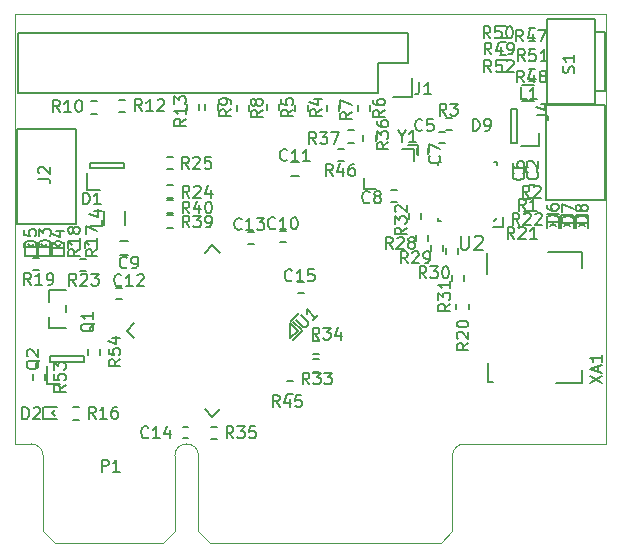
<source format=gto>
G04 #@! TF.FileFunction,Legend,Top*
%FSLAX46Y46*%
G04 Gerber Fmt 4.6, Leading zero omitted, Abs format (unit mm)*
G04 Created by KiCad (PCBNEW 4.0.7) date 09/09/17 19:38:47*
%MOMM*%
%LPD*%
G01*
G04 APERTURE LIST*
%ADD10C,0.100000*%
%ADD11C,0.150000*%
%ADD12C,0.152400*%
G04 APERTURE END LIST*
D10*
X137927358Y-135315553D02*
X137927358Y-135715553D01*
X126777358Y-135715553D02*
X126777358Y-135315553D01*
X127777358Y-136715553D02*
X126777358Y-135715553D01*
X136927358Y-136715553D02*
X127777358Y-136715553D01*
X137927358Y-135715553D02*
X136927358Y-136715553D01*
X161427358Y-135315553D02*
X161427358Y-135715553D01*
X139927358Y-135715553D02*
X139927358Y-135315553D01*
X140927358Y-136715553D02*
X139927358Y-135715553D01*
X160427358Y-136715553D02*
X140927358Y-136715553D01*
X161427358Y-135715553D02*
X160427358Y-136715553D01*
X124427358Y-91915553D02*
X174427358Y-91915553D01*
X174427358Y-128315553D02*
X174427358Y-91915553D01*
X174427358Y-128315553D02*
X162427358Y-128315553D01*
X124427358Y-128315553D02*
X124427358Y-91915553D01*
X125777358Y-128315553D02*
X124427358Y-128315553D01*
X125777358Y-128315553D02*
G75*
G02X126777358Y-129315553I0J-1000000D01*
G01*
X126777358Y-135315553D02*
X126777358Y-129315553D01*
X137927358Y-129315553D02*
X137927358Y-135315553D01*
X137927358Y-129315553D02*
G75*
G02X139927358Y-129315553I1000000J0D01*
G01*
X139927358Y-135315553D02*
X139927358Y-129315553D01*
X161427358Y-129315553D02*
X161427358Y-135315553D01*
X161427358Y-129315553D02*
G75*
G02X162427358Y-128315553I1000000J0D01*
G01*
D11*
X128670000Y-117180000D02*
X128670000Y-116580000D01*
X128670000Y-115280000D02*
X127270000Y-115280000D01*
X127270000Y-115280000D02*
X127270000Y-116280000D01*
X127270000Y-117580000D02*
X127270000Y-118480000D01*
X127270000Y-118480000D02*
X128670000Y-118480000D01*
X137291000Y-105046000D02*
X137791000Y-105046000D01*
X137791000Y-103996000D02*
X137291000Y-103996000D01*
X172427800Y-122052800D02*
X172427800Y-123152800D01*
X172427800Y-123152800D02*
X170227800Y-123152800D01*
X169527800Y-112052800D02*
X172427800Y-112052800D01*
X172427800Y-112052800D02*
X172427800Y-113452800D01*
X164327800Y-113952800D02*
X164327800Y-112152800D01*
X164827800Y-123052800D02*
X164427800Y-123052800D01*
X164427800Y-123052800D02*
X164427800Y-121452800D01*
X144212800Y-100122800D02*
X144212800Y-99622800D01*
X143162800Y-99622800D02*
X143162800Y-100122800D01*
X162805000Y-116930000D02*
X162805000Y-116430000D01*
X161755000Y-116430000D02*
X161755000Y-116930000D01*
X132973000Y-116045000D02*
X133473000Y-116045000D01*
X133473000Y-115095000D02*
X132973000Y-115095000D01*
X147732000Y-104429000D02*
X148432000Y-104429000D01*
X148432000Y-105629000D02*
X147732000Y-105629000D01*
X158402000Y-103255000D02*
X158402000Y-103755000D01*
X159352000Y-103755000D02*
X159352000Y-103255000D01*
X156714000Y-106840000D02*
X156214000Y-106840000D01*
X156214000Y-107790000D02*
X156714000Y-107790000D01*
X144149000Y-111346000D02*
X144649000Y-111346000D01*
X144649000Y-110396000D02*
X144149000Y-110396000D01*
X160278000Y-102837000D02*
X160778000Y-102837000D01*
X160778000Y-101887000D02*
X160278000Y-101887000D01*
X133254000Y-111160000D02*
X133954000Y-111160000D01*
X133954000Y-112360000D02*
X133254000Y-112360000D01*
X138580000Y-127835000D02*
X139080000Y-127835000D01*
X139080000Y-126885000D02*
X138580000Y-126885000D01*
X148340000Y-115537000D02*
X148840000Y-115537000D01*
X148840000Y-114587000D02*
X148340000Y-114587000D01*
X166530000Y-104779000D02*
X166530000Y-105279000D01*
X167480000Y-105279000D02*
X167480000Y-104779000D01*
X157698440Y-93553280D02*
X124678440Y-93553280D01*
X155158440Y-98633280D02*
X124678440Y-98633280D01*
X124678440Y-93553280D02*
X124678440Y-98633280D01*
X157698440Y-93553280D02*
X157698440Y-96093280D01*
X156428440Y-98913280D02*
X157978440Y-98913280D01*
X157698440Y-96093280D02*
X155158440Y-96093280D01*
X155158440Y-96093280D02*
X155158440Y-98633280D01*
X157978440Y-98913280D02*
X157978440Y-97363280D01*
X167330000Y-97945000D02*
X168330000Y-97945000D01*
X168330000Y-99295000D02*
X167330000Y-99295000D01*
X133717000Y-108620000D02*
X133717000Y-109820000D01*
X131967000Y-109820000D02*
X131967000Y-108620000D01*
X167517000Y-108602000D02*
X168017000Y-108602000D01*
X168017000Y-107552000D02*
X167517000Y-107552000D01*
X168398000Y-106409000D02*
X167898000Y-106409000D01*
X167898000Y-107459000D02*
X168398000Y-107459000D01*
X148141200Y-99597400D02*
X148141200Y-100097400D01*
X149191200Y-100097400D02*
X149191200Y-99597400D01*
X145728200Y-99572000D02*
X145728200Y-100072000D01*
X146778200Y-100072000D02*
X146778200Y-99572000D01*
X137791000Y-106409000D02*
X137291000Y-106409000D01*
X137291000Y-107459000D02*
X137791000Y-107459000D01*
X137291000Y-109999000D02*
X137791000Y-109999000D01*
X137791000Y-108949000D02*
X137291000Y-108949000D01*
X137291000Y-108729000D02*
X137791000Y-108729000D01*
X137791000Y-107679000D02*
X137291000Y-107679000D01*
X160913000Y-101744000D02*
X161413000Y-101744000D01*
X161413000Y-100694000D02*
X160913000Y-100694000D01*
X154474400Y-100097400D02*
X154474400Y-99597400D01*
X153424400Y-99597400D02*
X153424400Y-100097400D01*
X151858200Y-100122800D02*
X151858200Y-99622800D01*
X150808200Y-99622800D02*
X150808200Y-100122800D01*
X131314000Y-99297000D02*
X130814000Y-99297000D01*
X130814000Y-100347000D02*
X131314000Y-100347000D01*
X133727000Y-99170000D02*
X133227000Y-99170000D01*
X133227000Y-100220000D02*
X133727000Y-100220000D01*
X139971000Y-100072000D02*
X139971000Y-99572000D01*
X138921000Y-99572000D02*
X138921000Y-100072000D01*
X153881600Y-102188200D02*
X153881600Y-102688200D01*
X154931600Y-102688200D02*
X154931600Y-102188200D01*
X147425600Y-124070600D02*
X147925600Y-124070600D01*
X147925600Y-123020600D02*
X147425600Y-123020600D01*
X159402000Y-111121000D02*
X159402000Y-110621000D01*
X158352000Y-110621000D02*
X158352000Y-111121000D01*
X160672000Y-112010000D02*
X160672000Y-111510000D01*
X159622000Y-111510000D02*
X159622000Y-112010000D01*
X150110000Y-121141000D02*
X149610000Y-121141000D01*
X149610000Y-122191000D02*
X150110000Y-122191000D01*
X161942000Y-112264000D02*
X161942000Y-111764000D01*
X160892000Y-111764000D02*
X160892000Y-112264000D01*
X162415000Y-114490000D02*
X162415000Y-113990000D01*
X161365000Y-113990000D02*
X161365000Y-114490000D01*
X158767000Y-109241400D02*
X158767000Y-108741400D01*
X157717000Y-108741400D02*
X157717000Y-109241400D01*
X150110000Y-119617000D02*
X149610000Y-119617000D01*
X149610000Y-120667000D02*
X150110000Y-120667000D01*
X141474000Y-126856000D02*
X140974000Y-126856000D01*
X140974000Y-127906000D02*
X141474000Y-127906000D01*
X152576720Y-102800640D02*
X153076720Y-102800640D01*
X153076720Y-101750640D02*
X152576720Y-101750640D01*
X165687000Y-109134000D02*
X165687000Y-109934000D01*
X165687000Y-109934000D02*
X164887000Y-109934000D01*
X165187000Y-109184000D02*
X164937000Y-109434000D01*
X160437000Y-109434000D02*
X160187000Y-109434000D01*
X160187000Y-109434000D02*
X160187000Y-109184000D01*
X164937000Y-104434000D02*
X165187000Y-104434000D01*
X165187000Y-104434000D02*
X165187000Y-104684000D01*
X160437000Y-104434000D02*
X160187000Y-104434000D01*
X160187000Y-104434000D02*
X160187000Y-104684000D01*
X158483000Y-103829000D02*
X158483000Y-103029000D01*
X158483000Y-103029000D02*
X157683000Y-103029000D01*
X154983000Y-106729000D02*
X153983000Y-106729000D01*
X153983000Y-106729000D02*
X153983000Y-105829000D01*
X158183000Y-104329000D02*
X158183000Y-103329000D01*
X158183000Y-103329000D02*
X157183000Y-103329000D01*
X173474080Y-93411040D02*
X174374080Y-93411040D01*
X174374080Y-93411040D02*
X174374080Y-98411040D01*
X174374080Y-98411040D02*
X173474080Y-98411040D01*
X173474080Y-92311040D02*
X169474080Y-92311040D01*
X169474080Y-92311040D02*
X169474080Y-99511040D01*
X169474080Y-99511040D02*
X173474080Y-99511040D01*
X173474080Y-99511040D02*
X173474080Y-92311040D01*
X167673000Y-104779000D02*
X167673000Y-105279000D01*
X168623000Y-105279000D02*
X168623000Y-104779000D01*
X146816000Y-111244400D02*
X147316000Y-111244400D01*
X147316000Y-110294400D02*
X146816000Y-110294400D01*
X141571200Y-100046600D02*
X141571200Y-99546600D01*
X140521200Y-99546600D02*
X140521200Y-100046600D01*
X129290000Y-126255000D02*
X129790000Y-126255000D01*
X129790000Y-125205000D02*
X129290000Y-125205000D01*
X130285000Y-111256000D02*
X130285000Y-111756000D01*
X131335000Y-111756000D02*
X131335000Y-111256000D01*
X128888000Y-111256000D02*
X128888000Y-111756000D01*
X129938000Y-111756000D02*
X129938000Y-111256000D01*
X125911800Y-113631200D02*
X126411800Y-113631200D01*
X126411800Y-112581200D02*
X125911800Y-112581200D01*
X167510000Y-109915000D02*
X167010000Y-109915000D01*
X167010000Y-110965000D02*
X167510000Y-110965000D01*
X168010000Y-108735000D02*
X167510000Y-108735000D01*
X167510000Y-109785000D02*
X168010000Y-109785000D01*
X129925000Y-113682000D02*
X130425000Y-113682000D01*
X130425000Y-112632000D02*
X129925000Y-112632000D01*
X147955936Y-117967183D02*
X148663043Y-118674289D01*
X148663043Y-118674289D02*
X148733753Y-118745000D01*
X148733753Y-118745000D02*
X147955936Y-119522817D01*
X147743804Y-117896472D02*
X148450911Y-117189365D01*
X147673093Y-119381396D02*
X147673093Y-118108604D01*
D12*
X141097000Y-111494327D02*
X140454056Y-112137271D01*
X133846327Y-118745000D02*
X134489271Y-119387944D01*
X141097000Y-125995673D02*
X141739944Y-125352729D01*
X148347673Y-118745000D02*
X147704729Y-118102056D01*
X141739944Y-112137271D02*
X141097000Y-111494327D01*
X134489271Y-118102056D02*
X133846327Y-118745000D01*
X140454056Y-125352729D02*
X141097000Y-125995673D01*
X147704729Y-119387944D02*
X148347673Y-118745000D01*
D11*
X152220000Y-103315000D02*
X151720000Y-103315000D01*
X151720000Y-104365000D02*
X152220000Y-104365000D01*
X168420000Y-93135000D02*
X167920000Y-93135000D01*
X167920000Y-94185000D02*
X168420000Y-94185000D01*
X167950000Y-97625000D02*
X168450000Y-97625000D01*
X168450000Y-96575000D02*
X167950000Y-96575000D01*
X165990000Y-94295000D02*
X165490000Y-94295000D01*
X165490000Y-95345000D02*
X165990000Y-95345000D01*
X165990000Y-92935000D02*
X165490000Y-92935000D01*
X165490000Y-93985000D02*
X165990000Y-93985000D01*
X167950000Y-95925000D02*
X168450000Y-95925000D01*
X168450000Y-94875000D02*
X167950000Y-94875000D01*
X166150000Y-95785000D02*
X165650000Y-95785000D01*
X165650000Y-96835000D02*
X166150000Y-96835000D01*
X129534000Y-101664000D02*
X129534000Y-109664000D01*
X129534000Y-109664000D02*
X124534000Y-109664000D01*
X124534000Y-109664000D02*
X124534000Y-101664000D01*
X124534000Y-101664000D02*
X129534000Y-101664000D01*
X169324940Y-107657400D02*
X169324940Y-99657400D01*
X169324940Y-99657400D02*
X174324940Y-99657400D01*
X174324940Y-99657400D02*
X174324940Y-107657400D01*
X174324940Y-107657400D02*
X169324940Y-107657400D01*
X130480000Y-105340000D02*
X130480000Y-106840000D01*
X130480000Y-106840000D02*
X131580000Y-106840000D01*
X130730000Y-104490000D02*
X130730000Y-104990000D01*
X133630000Y-104490000D02*
X130730000Y-104490000D01*
X133630000Y-104990000D02*
X133630000Y-104490000D01*
X130730000Y-104990000D02*
X133630000Y-104990000D01*
X167220000Y-103080000D02*
X168720000Y-103080000D01*
X168720000Y-103080000D02*
X168720000Y-101980000D01*
X166370000Y-102830000D02*
X166870000Y-102830000D01*
X166370000Y-99930000D02*
X166370000Y-102830000D01*
X166870000Y-99930000D02*
X166370000Y-99930000D01*
X166870000Y-102830000D02*
X166870000Y-99930000D01*
X126760400Y-125204600D02*
X126760400Y-126204600D01*
X127560400Y-125704600D02*
X127760400Y-125954600D01*
X127760400Y-125454600D02*
X127560400Y-125704600D01*
X127910400Y-125179600D02*
X126860400Y-125179600D01*
X127910400Y-126229600D02*
X126860400Y-126229600D01*
X126373000Y-112406000D02*
X127373000Y-112406000D01*
X126873000Y-111606000D02*
X127123000Y-111406000D01*
X126623000Y-111406000D02*
X126873000Y-111606000D01*
X126348000Y-111256000D02*
X126348000Y-112306000D01*
X127398000Y-111256000D02*
X127398000Y-112306000D01*
X127516000Y-112406000D02*
X128516000Y-112406000D01*
X128016000Y-111606000D02*
X128266000Y-111406000D01*
X127766000Y-111406000D02*
X128016000Y-111606000D01*
X127491000Y-111256000D02*
X127491000Y-112306000D01*
X128541000Y-111256000D02*
X128541000Y-112306000D01*
X125230000Y-112406000D02*
X126230000Y-112406000D01*
X125730000Y-111606000D02*
X125980000Y-111406000D01*
X125480000Y-111406000D02*
X125730000Y-111606000D01*
X125205000Y-111256000D02*
X125205000Y-112306000D01*
X126255000Y-111256000D02*
X126255000Y-112306000D01*
X170440000Y-108880000D02*
X169440000Y-108880000D01*
X169940000Y-109680000D02*
X169690000Y-109880000D01*
X170190000Y-109880000D02*
X169940000Y-109680000D01*
X170465000Y-110030000D02*
X170465000Y-108980000D01*
X169415000Y-110030000D02*
X169415000Y-108980000D01*
X171660000Y-108900000D02*
X170660000Y-108900000D01*
X171160000Y-109700000D02*
X170910000Y-109900000D01*
X171410000Y-109900000D02*
X171160000Y-109700000D01*
X171685000Y-110050000D02*
X171685000Y-109000000D01*
X170635000Y-110050000D02*
X170635000Y-109000000D01*
X172890000Y-108900000D02*
X171890000Y-108900000D01*
X172390000Y-109700000D02*
X172140000Y-109900000D01*
X172640000Y-109900000D02*
X172390000Y-109700000D01*
X172915000Y-110050000D02*
X172915000Y-109000000D01*
X171865000Y-110050000D02*
X171865000Y-109000000D01*
X127120000Y-121720000D02*
X127120000Y-123220000D01*
X127120000Y-123220000D02*
X128220000Y-123220000D01*
X127370000Y-120870000D02*
X127370000Y-121370000D01*
X130270000Y-120870000D02*
X127370000Y-120870000D01*
X130270000Y-121370000D02*
X130270000Y-120870000D01*
X127370000Y-121370000D02*
X130270000Y-121370000D01*
X126945000Y-122920000D02*
X126945000Y-122420000D01*
X125895000Y-122420000D02*
X125895000Y-122920000D01*
X131585000Y-120760000D02*
X131585000Y-120260000D01*
X130535000Y-120260000D02*
X130535000Y-120760000D01*
X131117619Y-118075238D02*
X131070000Y-118170476D01*
X130974762Y-118265714D01*
X130831905Y-118408571D01*
X130784286Y-118503810D01*
X130784286Y-118599048D01*
X131022381Y-118551429D02*
X130974762Y-118646667D01*
X130879524Y-118741905D01*
X130689048Y-118789524D01*
X130355714Y-118789524D01*
X130165238Y-118741905D01*
X130070000Y-118646667D01*
X130022381Y-118551429D01*
X130022381Y-118360952D01*
X130070000Y-118265714D01*
X130165238Y-118170476D01*
X130355714Y-118122857D01*
X130689048Y-118122857D01*
X130879524Y-118170476D01*
X130974762Y-118265714D01*
X131022381Y-118360952D01*
X131022381Y-118551429D01*
X131022381Y-117170476D02*
X131022381Y-117741905D01*
X131022381Y-117456191D02*
X130022381Y-117456191D01*
X130165238Y-117551429D01*
X130260476Y-117646667D01*
X130308095Y-117741905D01*
X139107143Y-105012381D02*
X138773809Y-104536190D01*
X138535714Y-105012381D02*
X138535714Y-104012381D01*
X138916667Y-104012381D01*
X139011905Y-104060000D01*
X139059524Y-104107619D01*
X139107143Y-104202857D01*
X139107143Y-104345714D01*
X139059524Y-104440952D01*
X139011905Y-104488571D01*
X138916667Y-104536190D01*
X138535714Y-104536190D01*
X139488095Y-104107619D02*
X139535714Y-104060000D01*
X139630952Y-104012381D01*
X139869048Y-104012381D01*
X139964286Y-104060000D01*
X140011905Y-104107619D01*
X140059524Y-104202857D01*
X140059524Y-104298095D01*
X140011905Y-104440952D01*
X139440476Y-105012381D01*
X140059524Y-105012381D01*
X140964286Y-104012381D02*
X140488095Y-104012381D01*
X140440476Y-104488571D01*
X140488095Y-104440952D01*
X140583333Y-104393333D01*
X140821429Y-104393333D01*
X140916667Y-104440952D01*
X140964286Y-104488571D01*
X141011905Y-104583810D01*
X141011905Y-104821905D01*
X140964286Y-104917143D01*
X140916667Y-104964762D01*
X140821429Y-105012381D01*
X140583333Y-105012381D01*
X140488095Y-104964762D01*
X140440476Y-104917143D01*
X173071541Y-123196195D02*
X174071541Y-122529528D01*
X173071541Y-122529528D02*
X174071541Y-123196195D01*
X173785827Y-122196195D02*
X173785827Y-121720004D01*
X174071541Y-122291433D02*
X173071541Y-121958100D01*
X174071541Y-121624766D01*
X174071541Y-120767623D02*
X174071541Y-121339052D01*
X174071541Y-121053338D02*
X173071541Y-121053338D01*
X173214398Y-121148576D01*
X173309636Y-121243814D01*
X173357255Y-121339052D01*
X145361921Y-100049626D02*
X144885730Y-100382960D01*
X145361921Y-100621055D02*
X144361921Y-100621055D01*
X144361921Y-100240102D01*
X144409540Y-100144864D01*
X144457159Y-100097245D01*
X144552397Y-100049626D01*
X144695254Y-100049626D01*
X144790492Y-100097245D01*
X144838111Y-100144864D01*
X144885730Y-100240102D01*
X144885730Y-100621055D01*
X144790492Y-99478198D02*
X144742873Y-99573436D01*
X144695254Y-99621055D01*
X144600016Y-99668674D01*
X144552397Y-99668674D01*
X144457159Y-99621055D01*
X144409540Y-99573436D01*
X144361921Y-99478198D01*
X144361921Y-99287721D01*
X144409540Y-99192483D01*
X144457159Y-99144864D01*
X144552397Y-99097245D01*
X144600016Y-99097245D01*
X144695254Y-99144864D01*
X144742873Y-99192483D01*
X144790492Y-99287721D01*
X144790492Y-99478198D01*
X144838111Y-99573436D01*
X144885730Y-99621055D01*
X144980969Y-99668674D01*
X145171445Y-99668674D01*
X145266683Y-99621055D01*
X145314302Y-99573436D01*
X145361921Y-99478198D01*
X145361921Y-99287721D01*
X145314302Y-99192483D01*
X145266683Y-99144864D01*
X145171445Y-99097245D01*
X144980969Y-99097245D01*
X144885730Y-99144864D01*
X144838111Y-99192483D01*
X144790492Y-99287721D01*
X162782381Y-119782857D02*
X162306190Y-120116191D01*
X162782381Y-120354286D02*
X161782381Y-120354286D01*
X161782381Y-119973333D01*
X161830000Y-119878095D01*
X161877619Y-119830476D01*
X161972857Y-119782857D01*
X162115714Y-119782857D01*
X162210952Y-119830476D01*
X162258571Y-119878095D01*
X162306190Y-119973333D01*
X162306190Y-120354286D01*
X161877619Y-119401905D02*
X161830000Y-119354286D01*
X161782381Y-119259048D01*
X161782381Y-119020952D01*
X161830000Y-118925714D01*
X161877619Y-118878095D01*
X161972857Y-118830476D01*
X162068095Y-118830476D01*
X162210952Y-118878095D01*
X162782381Y-119449524D01*
X162782381Y-118830476D01*
X161782381Y-118211429D02*
X161782381Y-118116190D01*
X161830000Y-118020952D01*
X161877619Y-117973333D01*
X161972857Y-117925714D01*
X162163333Y-117878095D01*
X162401429Y-117878095D01*
X162591905Y-117925714D01*
X162687143Y-117973333D01*
X162734762Y-118020952D01*
X162782381Y-118116190D01*
X162782381Y-118211429D01*
X162734762Y-118306667D01*
X162687143Y-118354286D01*
X162591905Y-118401905D01*
X162401429Y-118449524D01*
X162163333Y-118449524D01*
X161972857Y-118401905D01*
X161877619Y-118354286D01*
X161830000Y-118306667D01*
X161782381Y-118211429D01*
X133408183Y-114860343D02*
X133360564Y-114907962D01*
X133217707Y-114955581D01*
X133122469Y-114955581D01*
X132979611Y-114907962D01*
X132884373Y-114812724D01*
X132836754Y-114717486D01*
X132789135Y-114527010D01*
X132789135Y-114384152D01*
X132836754Y-114193676D01*
X132884373Y-114098438D01*
X132979611Y-114003200D01*
X133122469Y-113955581D01*
X133217707Y-113955581D01*
X133360564Y-114003200D01*
X133408183Y-114050819D01*
X134360564Y-114955581D02*
X133789135Y-114955581D01*
X134074849Y-114955581D02*
X134074849Y-113955581D01*
X133979611Y-114098438D01*
X133884373Y-114193676D01*
X133789135Y-114241295D01*
X134741516Y-114050819D02*
X134789135Y-114003200D01*
X134884373Y-113955581D01*
X135122469Y-113955581D01*
X135217707Y-114003200D01*
X135265326Y-114050819D01*
X135312945Y-114146057D01*
X135312945Y-114241295D01*
X135265326Y-114384152D01*
X134693897Y-114955581D01*
X135312945Y-114955581D01*
X147439143Y-104266003D02*
X147391524Y-104313622D01*
X147248667Y-104361241D01*
X147153429Y-104361241D01*
X147010571Y-104313622D01*
X146915333Y-104218384D01*
X146867714Y-104123146D01*
X146820095Y-103932670D01*
X146820095Y-103789812D01*
X146867714Y-103599336D01*
X146915333Y-103504098D01*
X147010571Y-103408860D01*
X147153429Y-103361241D01*
X147248667Y-103361241D01*
X147391524Y-103408860D01*
X147439143Y-103456479D01*
X148391524Y-104361241D02*
X147820095Y-104361241D01*
X148105809Y-104361241D02*
X148105809Y-103361241D01*
X148010571Y-103504098D01*
X147915333Y-103599336D01*
X147820095Y-103646955D01*
X149343905Y-104361241D02*
X148772476Y-104361241D01*
X149058190Y-104361241D02*
X149058190Y-103361241D01*
X148962952Y-103504098D01*
X148867714Y-103599336D01*
X148772476Y-103646955D01*
X160321263Y-103918046D02*
X160368882Y-103965665D01*
X160416501Y-104108522D01*
X160416501Y-104203760D01*
X160368882Y-104346618D01*
X160273644Y-104441856D01*
X160178406Y-104489475D01*
X159987930Y-104537094D01*
X159845072Y-104537094D01*
X159654596Y-104489475D01*
X159559358Y-104441856D01*
X159464120Y-104346618D01*
X159416501Y-104203760D01*
X159416501Y-104108522D01*
X159464120Y-103965665D01*
X159511739Y-103918046D01*
X159416501Y-103584713D02*
X159416501Y-102918046D01*
X160416501Y-103346618D01*
X154412654Y-107834703D02*
X154365035Y-107882322D01*
X154222178Y-107929941D01*
X154126940Y-107929941D01*
X153984082Y-107882322D01*
X153888844Y-107787084D01*
X153841225Y-107691846D01*
X153793606Y-107501370D01*
X153793606Y-107358512D01*
X153841225Y-107168036D01*
X153888844Y-107072798D01*
X153984082Y-106977560D01*
X154126940Y-106929941D01*
X154222178Y-106929941D01*
X154365035Y-106977560D01*
X154412654Y-107025179D01*
X154984082Y-107358512D02*
X154888844Y-107310893D01*
X154841225Y-107263274D01*
X154793606Y-107168036D01*
X154793606Y-107120417D01*
X154841225Y-107025179D01*
X154888844Y-106977560D01*
X154984082Y-106929941D01*
X155174559Y-106929941D01*
X155269797Y-106977560D01*
X155317416Y-107025179D01*
X155365035Y-107120417D01*
X155365035Y-107168036D01*
X155317416Y-107263274D01*
X155269797Y-107310893D01*
X155174559Y-107358512D01*
X154984082Y-107358512D01*
X154888844Y-107406131D01*
X154841225Y-107453750D01*
X154793606Y-107548989D01*
X154793606Y-107739465D01*
X154841225Y-107834703D01*
X154888844Y-107882322D01*
X154984082Y-107929941D01*
X155174559Y-107929941D01*
X155269797Y-107882322D01*
X155317416Y-107834703D01*
X155365035Y-107739465D01*
X155365035Y-107548989D01*
X155317416Y-107453750D01*
X155269797Y-107406131D01*
X155174559Y-107358512D01*
X143577143Y-110087143D02*
X143529524Y-110134762D01*
X143386667Y-110182381D01*
X143291429Y-110182381D01*
X143148571Y-110134762D01*
X143053333Y-110039524D01*
X143005714Y-109944286D01*
X142958095Y-109753810D01*
X142958095Y-109610952D01*
X143005714Y-109420476D01*
X143053333Y-109325238D01*
X143148571Y-109230000D01*
X143291429Y-109182381D01*
X143386667Y-109182381D01*
X143529524Y-109230000D01*
X143577143Y-109277619D01*
X144529524Y-110182381D02*
X143958095Y-110182381D01*
X144243809Y-110182381D02*
X144243809Y-109182381D01*
X144148571Y-109325238D01*
X144053333Y-109420476D01*
X143958095Y-109468095D01*
X144862857Y-109182381D02*
X145481905Y-109182381D01*
X145148571Y-109563333D01*
X145291429Y-109563333D01*
X145386667Y-109610952D01*
X145434286Y-109658571D01*
X145481905Y-109753810D01*
X145481905Y-109991905D01*
X145434286Y-110087143D01*
X145386667Y-110134762D01*
X145291429Y-110182381D01*
X145005714Y-110182381D01*
X144910476Y-110134762D01*
X144862857Y-110087143D01*
X158877974Y-101726003D02*
X158830355Y-101773622D01*
X158687498Y-101821241D01*
X158592260Y-101821241D01*
X158449402Y-101773622D01*
X158354164Y-101678384D01*
X158306545Y-101583146D01*
X158258926Y-101392670D01*
X158258926Y-101249812D01*
X158306545Y-101059336D01*
X158354164Y-100964098D01*
X158449402Y-100868860D01*
X158592260Y-100821241D01*
X158687498Y-100821241D01*
X158830355Y-100868860D01*
X158877974Y-100916479D01*
X159782736Y-100821241D02*
X159306545Y-100821241D01*
X159258926Y-101297431D01*
X159306545Y-101249812D01*
X159401783Y-101202193D01*
X159639879Y-101202193D01*
X159735117Y-101249812D01*
X159782736Y-101297431D01*
X159830355Y-101392670D01*
X159830355Y-101630765D01*
X159782736Y-101726003D01*
X159735117Y-101773622D01*
X159639879Y-101821241D01*
X159401783Y-101821241D01*
X159306545Y-101773622D01*
X159258926Y-101726003D01*
X133864054Y-113356663D02*
X133816435Y-113404282D01*
X133673578Y-113451901D01*
X133578340Y-113451901D01*
X133435482Y-113404282D01*
X133340244Y-113309044D01*
X133292625Y-113213806D01*
X133245006Y-113023330D01*
X133245006Y-112880472D01*
X133292625Y-112689996D01*
X133340244Y-112594758D01*
X133435482Y-112499520D01*
X133578340Y-112451901D01*
X133673578Y-112451901D01*
X133816435Y-112499520D01*
X133864054Y-112547139D01*
X134340244Y-113451901D02*
X134530720Y-113451901D01*
X134625959Y-113404282D01*
X134673578Y-113356663D01*
X134768816Y-113213806D01*
X134816435Y-113023330D01*
X134816435Y-112642377D01*
X134768816Y-112547139D01*
X134721197Y-112499520D01*
X134625959Y-112451901D01*
X134435482Y-112451901D01*
X134340244Y-112499520D01*
X134292625Y-112547139D01*
X134245006Y-112642377D01*
X134245006Y-112880472D01*
X134292625Y-112975710D01*
X134340244Y-113023330D01*
X134435482Y-113070949D01*
X134625959Y-113070949D01*
X134721197Y-113023330D01*
X134768816Y-112975710D01*
X134816435Y-112880472D01*
X135687143Y-127737143D02*
X135639524Y-127784762D01*
X135496667Y-127832381D01*
X135401429Y-127832381D01*
X135258571Y-127784762D01*
X135163333Y-127689524D01*
X135115714Y-127594286D01*
X135068095Y-127403810D01*
X135068095Y-127260952D01*
X135115714Y-127070476D01*
X135163333Y-126975238D01*
X135258571Y-126880000D01*
X135401429Y-126832381D01*
X135496667Y-126832381D01*
X135639524Y-126880000D01*
X135687143Y-126927619D01*
X136639524Y-127832381D02*
X136068095Y-127832381D01*
X136353809Y-127832381D02*
X136353809Y-126832381D01*
X136258571Y-126975238D01*
X136163333Y-127070476D01*
X136068095Y-127118095D01*
X137496667Y-127165714D02*
X137496667Y-127832381D01*
X137258571Y-126784762D02*
X137020476Y-127499048D01*
X137639524Y-127499048D01*
X147848083Y-114451403D02*
X147800464Y-114499022D01*
X147657607Y-114546641D01*
X147562369Y-114546641D01*
X147419511Y-114499022D01*
X147324273Y-114403784D01*
X147276654Y-114308546D01*
X147229035Y-114118070D01*
X147229035Y-113975212D01*
X147276654Y-113784736D01*
X147324273Y-113689498D01*
X147419511Y-113594260D01*
X147562369Y-113546641D01*
X147657607Y-113546641D01*
X147800464Y-113594260D01*
X147848083Y-113641879D01*
X148800464Y-114546641D02*
X148229035Y-114546641D01*
X148514749Y-114546641D02*
X148514749Y-113546641D01*
X148419511Y-113689498D01*
X148324273Y-113784736D01*
X148229035Y-113832355D01*
X149705226Y-113546641D02*
X149229035Y-113546641D01*
X149181416Y-114022831D01*
X149229035Y-113975212D01*
X149324273Y-113927593D01*
X149562369Y-113927593D01*
X149657607Y-113975212D01*
X149705226Y-114022831D01*
X149752845Y-114118070D01*
X149752845Y-114356165D01*
X149705226Y-114451403D01*
X149657607Y-114499022D01*
X149562369Y-114546641D01*
X149324273Y-114546641D01*
X149229035Y-114499022D01*
X149181416Y-114451403D01*
X167427143Y-105346666D02*
X167474762Y-105394285D01*
X167522381Y-105537142D01*
X167522381Y-105632380D01*
X167474762Y-105775238D01*
X167379524Y-105870476D01*
X167284286Y-105918095D01*
X167093810Y-105965714D01*
X166950952Y-105965714D01*
X166760476Y-105918095D01*
X166665238Y-105870476D01*
X166570000Y-105775238D01*
X166522381Y-105632380D01*
X166522381Y-105537142D01*
X166570000Y-105394285D01*
X166617619Y-105346666D01*
X166522381Y-104489523D02*
X166522381Y-104680000D01*
X166570000Y-104775238D01*
X166617619Y-104822857D01*
X166760476Y-104918095D01*
X166950952Y-104965714D01*
X167331905Y-104965714D01*
X167427143Y-104918095D01*
X167474762Y-104870476D01*
X167522381Y-104775238D01*
X167522381Y-104584761D01*
X167474762Y-104489523D01*
X167427143Y-104441904D01*
X167331905Y-104394285D01*
X167093810Y-104394285D01*
X166998571Y-104441904D01*
X166950952Y-104489523D01*
X166903333Y-104584761D01*
X166903333Y-104775238D01*
X166950952Y-104870476D01*
X166998571Y-104918095D01*
X167093810Y-104965714D01*
X158630027Y-97699581D02*
X158630027Y-98413867D01*
X158582407Y-98556724D01*
X158487169Y-98651962D01*
X158344312Y-98699581D01*
X158249074Y-98699581D01*
X159630027Y-98699581D02*
X159058598Y-98699581D01*
X159344312Y-98699581D02*
X159344312Y-97699581D01*
X159249074Y-97842438D01*
X159153836Y-97937676D01*
X159058598Y-97985295D01*
X167713334Y-99112381D02*
X167237143Y-99112381D01*
X167237143Y-98112381D01*
X168570477Y-99112381D02*
X167999048Y-99112381D01*
X168284762Y-99112381D02*
X168284762Y-98112381D01*
X168189524Y-98255238D01*
X168094286Y-98350476D01*
X167999048Y-98398095D01*
X131742441Y-109356186D02*
X131742441Y-109832377D01*
X130742441Y-109832377D01*
X131075774Y-108594281D02*
X131742441Y-108594281D01*
X130694822Y-108832377D02*
X131409108Y-109070472D01*
X131409108Y-108451424D01*
X167623334Y-108582381D02*
X167290000Y-108106190D01*
X167051905Y-108582381D02*
X167051905Y-107582381D01*
X167432858Y-107582381D01*
X167528096Y-107630000D01*
X167575715Y-107677619D01*
X167623334Y-107772857D01*
X167623334Y-107915714D01*
X167575715Y-108010952D01*
X167528096Y-108058571D01*
X167432858Y-108106190D01*
X167051905Y-108106190D01*
X168575715Y-108582381D02*
X168004286Y-108582381D01*
X168290000Y-108582381D02*
X168290000Y-107582381D01*
X168194762Y-107725238D01*
X168099524Y-107820476D01*
X168004286Y-107868095D01*
X167943334Y-107462381D02*
X167610000Y-106986190D01*
X167371905Y-107462381D02*
X167371905Y-106462381D01*
X167752858Y-106462381D01*
X167848096Y-106510000D01*
X167895715Y-106557619D01*
X167943334Y-106652857D01*
X167943334Y-106795714D01*
X167895715Y-106890952D01*
X167848096Y-106938571D01*
X167752858Y-106986190D01*
X167371905Y-106986190D01*
X168324286Y-106557619D02*
X168371905Y-106510000D01*
X168467143Y-106462381D01*
X168705239Y-106462381D01*
X168800477Y-106510000D01*
X168848096Y-106557619D01*
X168895715Y-106652857D01*
X168895715Y-106748095D01*
X168848096Y-106890952D01*
X168276667Y-107462381D01*
X168895715Y-107462381D01*
X150345401Y-99988666D02*
X149869210Y-100322000D01*
X150345401Y-100560095D02*
X149345401Y-100560095D01*
X149345401Y-100179142D01*
X149393020Y-100083904D01*
X149440639Y-100036285D01*
X149535877Y-99988666D01*
X149678734Y-99988666D01*
X149773972Y-100036285D01*
X149821591Y-100083904D01*
X149869210Y-100179142D01*
X149869210Y-100560095D01*
X149678734Y-99131523D02*
X150345401Y-99131523D01*
X149297782Y-99369619D02*
X150012068Y-99607714D01*
X150012068Y-98988666D01*
X147945101Y-100003906D02*
X147468910Y-100337240D01*
X147945101Y-100575335D02*
X146945101Y-100575335D01*
X146945101Y-100194382D01*
X146992720Y-100099144D01*
X147040339Y-100051525D01*
X147135577Y-100003906D01*
X147278434Y-100003906D01*
X147373672Y-100051525D01*
X147421291Y-100099144D01*
X147468910Y-100194382D01*
X147468910Y-100575335D01*
X146945101Y-99099144D02*
X146945101Y-99575335D01*
X147421291Y-99622954D01*
X147373672Y-99575335D01*
X147326053Y-99480097D01*
X147326053Y-99242001D01*
X147373672Y-99146763D01*
X147421291Y-99099144D01*
X147516530Y-99051525D01*
X147754625Y-99051525D01*
X147849863Y-99099144D01*
X147897482Y-99146763D01*
X147945101Y-99242001D01*
X147945101Y-99480097D01*
X147897482Y-99575335D01*
X147849863Y-99622954D01*
X139167143Y-107452381D02*
X138833809Y-106976190D01*
X138595714Y-107452381D02*
X138595714Y-106452381D01*
X138976667Y-106452381D01*
X139071905Y-106500000D01*
X139119524Y-106547619D01*
X139167143Y-106642857D01*
X139167143Y-106785714D01*
X139119524Y-106880952D01*
X139071905Y-106928571D01*
X138976667Y-106976190D01*
X138595714Y-106976190D01*
X139548095Y-106547619D02*
X139595714Y-106500000D01*
X139690952Y-106452381D01*
X139929048Y-106452381D01*
X140024286Y-106500000D01*
X140071905Y-106547619D01*
X140119524Y-106642857D01*
X140119524Y-106738095D01*
X140071905Y-106880952D01*
X139500476Y-107452381D01*
X140119524Y-107452381D01*
X140976667Y-106785714D02*
X140976667Y-107452381D01*
X140738571Y-106404762D02*
X140500476Y-107119048D01*
X141119524Y-107119048D01*
X139167143Y-109982381D02*
X138833809Y-109506190D01*
X138595714Y-109982381D02*
X138595714Y-108982381D01*
X138976667Y-108982381D01*
X139071905Y-109030000D01*
X139119524Y-109077619D01*
X139167143Y-109172857D01*
X139167143Y-109315714D01*
X139119524Y-109410952D01*
X139071905Y-109458571D01*
X138976667Y-109506190D01*
X138595714Y-109506190D01*
X139500476Y-108982381D02*
X140119524Y-108982381D01*
X139786190Y-109363333D01*
X139929048Y-109363333D01*
X140024286Y-109410952D01*
X140071905Y-109458571D01*
X140119524Y-109553810D01*
X140119524Y-109791905D01*
X140071905Y-109887143D01*
X140024286Y-109934762D01*
X139929048Y-109982381D01*
X139643333Y-109982381D01*
X139548095Y-109934762D01*
X139500476Y-109887143D01*
X140595714Y-109982381D02*
X140786190Y-109982381D01*
X140881429Y-109934762D01*
X140929048Y-109887143D01*
X141024286Y-109744286D01*
X141071905Y-109553810D01*
X141071905Y-109172857D01*
X141024286Y-109077619D01*
X140976667Y-109030000D01*
X140881429Y-108982381D01*
X140690952Y-108982381D01*
X140595714Y-109030000D01*
X140548095Y-109077619D01*
X140500476Y-109172857D01*
X140500476Y-109410952D01*
X140548095Y-109506190D01*
X140595714Y-109553810D01*
X140690952Y-109601429D01*
X140881429Y-109601429D01*
X140976667Y-109553810D01*
X141024286Y-109506190D01*
X141071905Y-109410952D01*
X139157143Y-108792381D02*
X138823809Y-108316190D01*
X138585714Y-108792381D02*
X138585714Y-107792381D01*
X138966667Y-107792381D01*
X139061905Y-107840000D01*
X139109524Y-107887619D01*
X139157143Y-107982857D01*
X139157143Y-108125714D01*
X139109524Y-108220952D01*
X139061905Y-108268571D01*
X138966667Y-108316190D01*
X138585714Y-108316190D01*
X140014286Y-108125714D02*
X140014286Y-108792381D01*
X139776190Y-107744762D02*
X139538095Y-108459048D01*
X140157143Y-108459048D01*
X140728571Y-107792381D02*
X140823810Y-107792381D01*
X140919048Y-107840000D01*
X140966667Y-107887619D01*
X141014286Y-107982857D01*
X141061905Y-108173333D01*
X141061905Y-108411429D01*
X141014286Y-108601905D01*
X140966667Y-108697143D01*
X140919048Y-108744762D01*
X140823810Y-108792381D01*
X140728571Y-108792381D01*
X140633333Y-108744762D01*
X140585714Y-108697143D01*
X140538095Y-108601905D01*
X140490476Y-108411429D01*
X140490476Y-108173333D01*
X140538095Y-107982857D01*
X140585714Y-107887619D01*
X140633333Y-107840000D01*
X140728571Y-107792381D01*
X160912514Y-100510601D02*
X160579180Y-100034410D01*
X160341085Y-100510601D02*
X160341085Y-99510601D01*
X160722038Y-99510601D01*
X160817276Y-99558220D01*
X160864895Y-99605839D01*
X160912514Y-99701077D01*
X160912514Y-99843934D01*
X160864895Y-99939172D01*
X160817276Y-99986791D01*
X160722038Y-100034410D01*
X160341085Y-100034410D01*
X161245847Y-99510601D02*
X161864895Y-99510601D01*
X161531561Y-99891553D01*
X161674419Y-99891553D01*
X161769657Y-99939172D01*
X161817276Y-99986791D01*
X161864895Y-100082030D01*
X161864895Y-100320125D01*
X161817276Y-100415363D01*
X161769657Y-100462982D01*
X161674419Y-100510601D01*
X161388704Y-100510601D01*
X161293466Y-100462982D01*
X161245847Y-100415363D01*
X155697181Y-100039466D02*
X155220990Y-100372800D01*
X155697181Y-100610895D02*
X154697181Y-100610895D01*
X154697181Y-100229942D01*
X154744800Y-100134704D01*
X154792419Y-100087085D01*
X154887657Y-100039466D01*
X155030514Y-100039466D01*
X155125752Y-100087085D01*
X155173371Y-100134704D01*
X155220990Y-100229942D01*
X155220990Y-100610895D01*
X154697181Y-99182323D02*
X154697181Y-99372800D01*
X154744800Y-99468038D01*
X154792419Y-99515657D01*
X154935276Y-99610895D01*
X155125752Y-99658514D01*
X155506705Y-99658514D01*
X155601943Y-99610895D01*
X155649562Y-99563276D01*
X155697181Y-99468038D01*
X155697181Y-99277561D01*
X155649562Y-99182323D01*
X155601943Y-99134704D01*
X155506705Y-99087085D01*
X155268610Y-99087085D01*
X155173371Y-99134704D01*
X155125752Y-99182323D01*
X155078133Y-99277561D01*
X155078133Y-99468038D01*
X155125752Y-99563276D01*
X155173371Y-99610895D01*
X155268610Y-99658514D01*
X152936201Y-100232506D02*
X152460010Y-100565840D01*
X152936201Y-100803935D02*
X151936201Y-100803935D01*
X151936201Y-100422982D01*
X151983820Y-100327744D01*
X152031439Y-100280125D01*
X152126677Y-100232506D01*
X152269534Y-100232506D01*
X152364772Y-100280125D01*
X152412391Y-100327744D01*
X152460010Y-100422982D01*
X152460010Y-100803935D01*
X151936201Y-99899173D02*
X151936201Y-99232506D01*
X152936201Y-99661078D01*
X128180863Y-100213421D02*
X127847529Y-99737230D01*
X127609434Y-100213421D02*
X127609434Y-99213421D01*
X127990387Y-99213421D01*
X128085625Y-99261040D01*
X128133244Y-99308659D01*
X128180863Y-99403897D01*
X128180863Y-99546754D01*
X128133244Y-99641992D01*
X128085625Y-99689611D01*
X127990387Y-99737230D01*
X127609434Y-99737230D01*
X129133244Y-100213421D02*
X128561815Y-100213421D01*
X128847529Y-100213421D02*
X128847529Y-99213421D01*
X128752291Y-99356278D01*
X128657053Y-99451516D01*
X128561815Y-99499135D01*
X129752291Y-99213421D02*
X129847530Y-99213421D01*
X129942768Y-99261040D01*
X129990387Y-99308659D01*
X130038006Y-99403897D01*
X130085625Y-99594373D01*
X130085625Y-99832469D01*
X130038006Y-100022945D01*
X129990387Y-100118183D01*
X129942768Y-100165802D01*
X129847530Y-100213421D01*
X129752291Y-100213421D01*
X129657053Y-100165802D01*
X129609434Y-100118183D01*
X129561815Y-100022945D01*
X129514196Y-99832469D01*
X129514196Y-99594373D01*
X129561815Y-99403897D01*
X129609434Y-99308659D01*
X129657053Y-99261040D01*
X129752291Y-99213421D01*
X135130303Y-100137221D02*
X134796969Y-99661030D01*
X134558874Y-100137221D02*
X134558874Y-99137221D01*
X134939827Y-99137221D01*
X135035065Y-99184840D01*
X135082684Y-99232459D01*
X135130303Y-99327697D01*
X135130303Y-99470554D01*
X135082684Y-99565792D01*
X135035065Y-99613411D01*
X134939827Y-99661030D01*
X134558874Y-99661030D01*
X136082684Y-100137221D02*
X135511255Y-100137221D01*
X135796969Y-100137221D02*
X135796969Y-99137221D01*
X135701731Y-99280078D01*
X135606493Y-99375316D01*
X135511255Y-99422935D01*
X136463636Y-99232459D02*
X136511255Y-99184840D01*
X136606493Y-99137221D01*
X136844589Y-99137221D01*
X136939827Y-99184840D01*
X136987446Y-99232459D01*
X137035065Y-99327697D01*
X137035065Y-99422935D01*
X136987446Y-99565792D01*
X136416017Y-100137221D01*
X137035065Y-100137221D01*
X138867141Y-100795057D02*
X138390950Y-101128391D01*
X138867141Y-101366486D02*
X137867141Y-101366486D01*
X137867141Y-100985533D01*
X137914760Y-100890295D01*
X137962379Y-100842676D01*
X138057617Y-100795057D01*
X138200474Y-100795057D01*
X138295712Y-100842676D01*
X138343331Y-100890295D01*
X138390950Y-100985533D01*
X138390950Y-101366486D01*
X138867141Y-99842676D02*
X138867141Y-100414105D01*
X138867141Y-100128391D02*
X137867141Y-100128391D01*
X138009998Y-100223629D01*
X138105236Y-100318867D01*
X138152855Y-100414105D01*
X137867141Y-99509343D02*
X137867141Y-98890295D01*
X138248093Y-99223629D01*
X138248093Y-99080771D01*
X138295712Y-98985533D01*
X138343331Y-98937914D01*
X138438570Y-98890295D01*
X138676665Y-98890295D01*
X138771903Y-98937914D01*
X138819522Y-98985533D01*
X138867141Y-99080771D01*
X138867141Y-99366486D01*
X138819522Y-99461724D01*
X138771903Y-99509343D01*
X156014681Y-102794037D02*
X155538490Y-103127371D01*
X156014681Y-103365466D02*
X155014681Y-103365466D01*
X155014681Y-102984513D01*
X155062300Y-102889275D01*
X155109919Y-102841656D01*
X155205157Y-102794037D01*
X155348014Y-102794037D01*
X155443252Y-102841656D01*
X155490871Y-102889275D01*
X155538490Y-102984513D01*
X155538490Y-103365466D01*
X155014681Y-102460704D02*
X155014681Y-101841656D01*
X155395633Y-102174990D01*
X155395633Y-102032132D01*
X155443252Y-101936894D01*
X155490871Y-101889275D01*
X155586110Y-101841656D01*
X155824205Y-101841656D01*
X155919443Y-101889275D01*
X155967062Y-101936894D01*
X156014681Y-102032132D01*
X156014681Y-102317847D01*
X155967062Y-102413085D01*
X155919443Y-102460704D01*
X155014681Y-100984513D02*
X155014681Y-101174990D01*
X155062300Y-101270228D01*
X155109919Y-101317847D01*
X155252776Y-101413085D01*
X155443252Y-101460704D01*
X155824205Y-101460704D01*
X155919443Y-101413085D01*
X155967062Y-101365466D01*
X156014681Y-101270228D01*
X156014681Y-101079751D01*
X155967062Y-100984513D01*
X155919443Y-100936894D01*
X155824205Y-100889275D01*
X155586110Y-100889275D01*
X155490871Y-100936894D01*
X155443252Y-100984513D01*
X155395633Y-101079751D01*
X155395633Y-101270228D01*
X155443252Y-101365466D01*
X155490871Y-101413085D01*
X155586110Y-101460704D01*
X146788903Y-125176541D02*
X146455569Y-124700350D01*
X146217474Y-125176541D02*
X146217474Y-124176541D01*
X146598427Y-124176541D01*
X146693665Y-124224160D01*
X146741284Y-124271779D01*
X146788903Y-124367017D01*
X146788903Y-124509874D01*
X146741284Y-124605112D01*
X146693665Y-124652731D01*
X146598427Y-124700350D01*
X146217474Y-124700350D01*
X147646046Y-124509874D02*
X147646046Y-125176541D01*
X147407950Y-124128922D02*
X147169855Y-124843208D01*
X147788903Y-124843208D01*
X148646046Y-124176541D02*
X148169855Y-124176541D01*
X148122236Y-124652731D01*
X148169855Y-124605112D01*
X148265093Y-124557493D01*
X148503189Y-124557493D01*
X148598427Y-124605112D01*
X148646046Y-124652731D01*
X148693665Y-124747970D01*
X148693665Y-124986065D01*
X148646046Y-125081303D01*
X148598427Y-125128922D01*
X148503189Y-125176541D01*
X148265093Y-125176541D01*
X148169855Y-125128922D01*
X148122236Y-125081303D01*
X156359623Y-111811061D02*
X156026289Y-111334870D01*
X155788194Y-111811061D02*
X155788194Y-110811061D01*
X156169147Y-110811061D01*
X156264385Y-110858680D01*
X156312004Y-110906299D01*
X156359623Y-111001537D01*
X156359623Y-111144394D01*
X156312004Y-111239632D01*
X156264385Y-111287251D01*
X156169147Y-111334870D01*
X155788194Y-111334870D01*
X156740575Y-110906299D02*
X156788194Y-110858680D01*
X156883432Y-110811061D01*
X157121528Y-110811061D01*
X157216766Y-110858680D01*
X157264385Y-110906299D01*
X157312004Y-111001537D01*
X157312004Y-111096775D01*
X157264385Y-111239632D01*
X156692956Y-111811061D01*
X157312004Y-111811061D01*
X157883432Y-111239632D02*
X157788194Y-111192013D01*
X157740575Y-111144394D01*
X157692956Y-111049156D01*
X157692956Y-111001537D01*
X157740575Y-110906299D01*
X157788194Y-110858680D01*
X157883432Y-110811061D01*
X158073909Y-110811061D01*
X158169147Y-110858680D01*
X158216766Y-110906299D01*
X158264385Y-111001537D01*
X158264385Y-111049156D01*
X158216766Y-111144394D01*
X158169147Y-111192013D01*
X158073909Y-111239632D01*
X157883432Y-111239632D01*
X157788194Y-111287251D01*
X157740575Y-111334870D01*
X157692956Y-111430109D01*
X157692956Y-111620585D01*
X157740575Y-111715823D01*
X157788194Y-111763442D01*
X157883432Y-111811061D01*
X158073909Y-111811061D01*
X158169147Y-111763442D01*
X158216766Y-111715823D01*
X158264385Y-111620585D01*
X158264385Y-111430109D01*
X158216766Y-111334870D01*
X158169147Y-111287251D01*
X158073909Y-111239632D01*
X157639783Y-113015021D02*
X157306449Y-112538830D01*
X157068354Y-113015021D02*
X157068354Y-112015021D01*
X157449307Y-112015021D01*
X157544545Y-112062640D01*
X157592164Y-112110259D01*
X157639783Y-112205497D01*
X157639783Y-112348354D01*
X157592164Y-112443592D01*
X157544545Y-112491211D01*
X157449307Y-112538830D01*
X157068354Y-112538830D01*
X158020735Y-112110259D02*
X158068354Y-112062640D01*
X158163592Y-112015021D01*
X158401688Y-112015021D01*
X158496926Y-112062640D01*
X158544545Y-112110259D01*
X158592164Y-112205497D01*
X158592164Y-112300735D01*
X158544545Y-112443592D01*
X157973116Y-113015021D01*
X158592164Y-113015021D01*
X159068354Y-113015021D02*
X159258830Y-113015021D01*
X159354069Y-112967402D01*
X159401688Y-112919783D01*
X159496926Y-112776926D01*
X159544545Y-112586450D01*
X159544545Y-112205497D01*
X159496926Y-112110259D01*
X159449307Y-112062640D01*
X159354069Y-112015021D01*
X159163592Y-112015021D01*
X159068354Y-112062640D01*
X159020735Y-112110259D01*
X158973116Y-112205497D01*
X158973116Y-112443592D01*
X159020735Y-112538830D01*
X159068354Y-112586450D01*
X159163592Y-112634069D01*
X159354069Y-112634069D01*
X159449307Y-112586450D01*
X159496926Y-112538830D01*
X159544545Y-112443592D01*
X149311123Y-123276621D02*
X148977789Y-122800430D01*
X148739694Y-123276621D02*
X148739694Y-122276621D01*
X149120647Y-122276621D01*
X149215885Y-122324240D01*
X149263504Y-122371859D01*
X149311123Y-122467097D01*
X149311123Y-122609954D01*
X149263504Y-122705192D01*
X149215885Y-122752811D01*
X149120647Y-122800430D01*
X148739694Y-122800430D01*
X149644456Y-122276621D02*
X150263504Y-122276621D01*
X149930170Y-122657573D01*
X150073028Y-122657573D01*
X150168266Y-122705192D01*
X150215885Y-122752811D01*
X150263504Y-122848050D01*
X150263504Y-123086145D01*
X150215885Y-123181383D01*
X150168266Y-123229002D01*
X150073028Y-123276621D01*
X149787313Y-123276621D01*
X149692075Y-123229002D01*
X149644456Y-123181383D01*
X150596837Y-122276621D02*
X151215885Y-122276621D01*
X150882551Y-122657573D01*
X151025409Y-122657573D01*
X151120647Y-122705192D01*
X151168266Y-122752811D01*
X151215885Y-122848050D01*
X151215885Y-123086145D01*
X151168266Y-123181383D01*
X151120647Y-123229002D01*
X151025409Y-123276621D01*
X150739694Y-123276621D01*
X150644456Y-123229002D01*
X150596837Y-123181383D01*
X159227143Y-114282381D02*
X158893809Y-113806190D01*
X158655714Y-114282381D02*
X158655714Y-113282381D01*
X159036667Y-113282381D01*
X159131905Y-113330000D01*
X159179524Y-113377619D01*
X159227143Y-113472857D01*
X159227143Y-113615714D01*
X159179524Y-113710952D01*
X159131905Y-113758571D01*
X159036667Y-113806190D01*
X158655714Y-113806190D01*
X159560476Y-113282381D02*
X160179524Y-113282381D01*
X159846190Y-113663333D01*
X159989048Y-113663333D01*
X160084286Y-113710952D01*
X160131905Y-113758571D01*
X160179524Y-113853810D01*
X160179524Y-114091905D01*
X160131905Y-114187143D01*
X160084286Y-114234762D01*
X159989048Y-114282381D01*
X159703333Y-114282381D01*
X159608095Y-114234762D01*
X159560476Y-114187143D01*
X160798571Y-113282381D02*
X160893810Y-113282381D01*
X160989048Y-113330000D01*
X161036667Y-113377619D01*
X161084286Y-113472857D01*
X161131905Y-113663333D01*
X161131905Y-113901429D01*
X161084286Y-114091905D01*
X161036667Y-114187143D01*
X160989048Y-114234762D01*
X160893810Y-114282381D01*
X160798571Y-114282381D01*
X160703333Y-114234762D01*
X160655714Y-114187143D01*
X160608095Y-114091905D01*
X160560476Y-113901429D01*
X160560476Y-113663333D01*
X160608095Y-113472857D01*
X160655714Y-113377619D01*
X160703333Y-113330000D01*
X160798571Y-113282381D01*
X161242381Y-116452857D02*
X160766190Y-116786191D01*
X161242381Y-117024286D02*
X160242381Y-117024286D01*
X160242381Y-116643333D01*
X160290000Y-116548095D01*
X160337619Y-116500476D01*
X160432857Y-116452857D01*
X160575714Y-116452857D01*
X160670952Y-116500476D01*
X160718571Y-116548095D01*
X160766190Y-116643333D01*
X160766190Y-117024286D01*
X160242381Y-116119524D02*
X160242381Y-115500476D01*
X160623333Y-115833810D01*
X160623333Y-115690952D01*
X160670952Y-115595714D01*
X160718571Y-115548095D01*
X160813810Y-115500476D01*
X161051905Y-115500476D01*
X161147143Y-115548095D01*
X161194762Y-115595714D01*
X161242381Y-115690952D01*
X161242381Y-115976667D01*
X161194762Y-116071905D01*
X161147143Y-116119524D01*
X161242381Y-114548095D02*
X161242381Y-115119524D01*
X161242381Y-114833810D02*
X160242381Y-114833810D01*
X160385238Y-114929048D01*
X160480476Y-115024286D01*
X160528095Y-115119524D01*
X157546301Y-110005097D02*
X157070110Y-110338431D01*
X157546301Y-110576526D02*
X156546301Y-110576526D01*
X156546301Y-110195573D01*
X156593920Y-110100335D01*
X156641539Y-110052716D01*
X156736777Y-110005097D01*
X156879634Y-110005097D01*
X156974872Y-110052716D01*
X157022491Y-110100335D01*
X157070110Y-110195573D01*
X157070110Y-110576526D01*
X156546301Y-109671764D02*
X156546301Y-109052716D01*
X156927253Y-109386050D01*
X156927253Y-109243192D01*
X156974872Y-109147954D01*
X157022491Y-109100335D01*
X157117730Y-109052716D01*
X157355825Y-109052716D01*
X157451063Y-109100335D01*
X157498682Y-109147954D01*
X157546301Y-109243192D01*
X157546301Y-109528907D01*
X157498682Y-109624145D01*
X157451063Y-109671764D01*
X156641539Y-108671764D02*
X156593920Y-108624145D01*
X156546301Y-108528907D01*
X156546301Y-108290811D01*
X156593920Y-108195573D01*
X156641539Y-108147954D01*
X156736777Y-108100335D01*
X156832015Y-108100335D01*
X156974872Y-108147954D01*
X157546301Y-108719383D01*
X157546301Y-108100335D01*
X150156943Y-119476781D02*
X149823609Y-119000590D01*
X149585514Y-119476781D02*
X149585514Y-118476781D01*
X149966467Y-118476781D01*
X150061705Y-118524400D01*
X150109324Y-118572019D01*
X150156943Y-118667257D01*
X150156943Y-118810114D01*
X150109324Y-118905352D01*
X150061705Y-118952971D01*
X149966467Y-119000590D01*
X149585514Y-119000590D01*
X150490276Y-118476781D02*
X151109324Y-118476781D01*
X150775990Y-118857733D01*
X150918848Y-118857733D01*
X151014086Y-118905352D01*
X151061705Y-118952971D01*
X151109324Y-119048210D01*
X151109324Y-119286305D01*
X151061705Y-119381543D01*
X151014086Y-119429162D01*
X150918848Y-119476781D01*
X150633133Y-119476781D01*
X150537895Y-119429162D01*
X150490276Y-119381543D01*
X151966467Y-118810114D02*
X151966467Y-119476781D01*
X151728371Y-118429162D02*
X151490276Y-119143448D01*
X152109324Y-119143448D01*
X142877143Y-127832381D02*
X142543809Y-127356190D01*
X142305714Y-127832381D02*
X142305714Y-126832381D01*
X142686667Y-126832381D01*
X142781905Y-126880000D01*
X142829524Y-126927619D01*
X142877143Y-127022857D01*
X142877143Y-127165714D01*
X142829524Y-127260952D01*
X142781905Y-127308571D01*
X142686667Y-127356190D01*
X142305714Y-127356190D01*
X143210476Y-126832381D02*
X143829524Y-126832381D01*
X143496190Y-127213333D01*
X143639048Y-127213333D01*
X143734286Y-127260952D01*
X143781905Y-127308571D01*
X143829524Y-127403810D01*
X143829524Y-127641905D01*
X143781905Y-127737143D01*
X143734286Y-127784762D01*
X143639048Y-127832381D01*
X143353333Y-127832381D01*
X143258095Y-127784762D01*
X143210476Y-127737143D01*
X144734286Y-126832381D02*
X144258095Y-126832381D01*
X144210476Y-127308571D01*
X144258095Y-127260952D01*
X144353333Y-127213333D01*
X144591429Y-127213333D01*
X144686667Y-127260952D01*
X144734286Y-127308571D01*
X144781905Y-127403810D01*
X144781905Y-127641905D01*
X144734286Y-127737143D01*
X144686667Y-127784762D01*
X144591429Y-127832381D01*
X144353333Y-127832381D01*
X144258095Y-127784762D01*
X144210476Y-127737143D01*
X149887143Y-102922381D02*
X149553809Y-102446190D01*
X149315714Y-102922381D02*
X149315714Y-101922381D01*
X149696667Y-101922381D01*
X149791905Y-101970000D01*
X149839524Y-102017619D01*
X149887143Y-102112857D01*
X149887143Y-102255714D01*
X149839524Y-102350952D01*
X149791905Y-102398571D01*
X149696667Y-102446190D01*
X149315714Y-102446190D01*
X150220476Y-101922381D02*
X150839524Y-101922381D01*
X150506190Y-102303333D01*
X150649048Y-102303333D01*
X150744286Y-102350952D01*
X150791905Y-102398571D01*
X150839524Y-102493810D01*
X150839524Y-102731905D01*
X150791905Y-102827143D01*
X150744286Y-102874762D01*
X150649048Y-102922381D01*
X150363333Y-102922381D01*
X150268095Y-102874762D01*
X150220476Y-102827143D01*
X151172857Y-101922381D02*
X151839524Y-101922381D01*
X151410952Y-102922381D01*
X162115714Y-110672857D02*
X162115714Y-111644286D01*
X162172857Y-111758571D01*
X162230000Y-111815714D01*
X162344286Y-111872857D01*
X162572857Y-111872857D01*
X162687143Y-111815714D01*
X162744286Y-111758571D01*
X162801429Y-111644286D01*
X162801429Y-110672857D01*
X163315714Y-110787143D02*
X163372857Y-110730000D01*
X163487143Y-110672857D01*
X163772857Y-110672857D01*
X163887143Y-110730000D01*
X163944286Y-110787143D01*
X164001429Y-110901429D01*
X164001429Y-111015714D01*
X163944286Y-111187143D01*
X163258572Y-111872857D01*
X164001429Y-111872857D01*
X157151129Y-102282310D02*
X157151129Y-102758501D01*
X156817796Y-101758501D02*
X157151129Y-102282310D01*
X157484463Y-101758501D01*
X158341606Y-102758501D02*
X157770177Y-102758501D01*
X158055891Y-102758501D02*
X158055891Y-101758501D01*
X157960653Y-101901358D01*
X157865415Y-101996596D01*
X157770177Y-102044215D01*
X171714762Y-96891905D02*
X171762381Y-96749048D01*
X171762381Y-96510952D01*
X171714762Y-96415714D01*
X171667143Y-96368095D01*
X171571905Y-96320476D01*
X171476667Y-96320476D01*
X171381429Y-96368095D01*
X171333810Y-96415714D01*
X171286190Y-96510952D01*
X171238571Y-96701429D01*
X171190952Y-96796667D01*
X171143333Y-96844286D01*
X171048095Y-96891905D01*
X170952857Y-96891905D01*
X170857619Y-96844286D01*
X170810000Y-96796667D01*
X170762381Y-96701429D01*
X170762381Y-96463333D01*
X170810000Y-96320476D01*
X171762381Y-95368095D02*
X171762381Y-95939524D01*
X171762381Y-95653810D02*
X170762381Y-95653810D01*
X170905238Y-95749048D01*
X171000476Y-95844286D01*
X171048095Y-95939524D01*
X168607143Y-105276666D02*
X168654762Y-105324285D01*
X168702381Y-105467142D01*
X168702381Y-105562380D01*
X168654762Y-105705238D01*
X168559524Y-105800476D01*
X168464286Y-105848095D01*
X168273810Y-105895714D01*
X168130952Y-105895714D01*
X167940476Y-105848095D01*
X167845238Y-105800476D01*
X167750000Y-105705238D01*
X167702381Y-105562380D01*
X167702381Y-105467142D01*
X167750000Y-105324285D01*
X167797619Y-105276666D01*
X167797619Y-104895714D02*
X167750000Y-104848095D01*
X167702381Y-104752857D01*
X167702381Y-104514761D01*
X167750000Y-104419523D01*
X167797619Y-104371904D01*
X167892857Y-104324285D01*
X167988095Y-104324285D01*
X168130952Y-104371904D01*
X168702381Y-104943333D01*
X168702381Y-104324285D01*
X146417143Y-110037143D02*
X146369524Y-110084762D01*
X146226667Y-110132381D01*
X146131429Y-110132381D01*
X145988571Y-110084762D01*
X145893333Y-109989524D01*
X145845714Y-109894286D01*
X145798095Y-109703810D01*
X145798095Y-109560952D01*
X145845714Y-109370476D01*
X145893333Y-109275238D01*
X145988571Y-109180000D01*
X146131429Y-109132381D01*
X146226667Y-109132381D01*
X146369524Y-109180000D01*
X146417143Y-109227619D01*
X147369524Y-110132381D02*
X146798095Y-110132381D01*
X147083809Y-110132381D02*
X147083809Y-109132381D01*
X146988571Y-109275238D01*
X146893333Y-109370476D01*
X146798095Y-109418095D01*
X147988571Y-109132381D02*
X148083810Y-109132381D01*
X148179048Y-109180000D01*
X148226667Y-109227619D01*
X148274286Y-109322857D01*
X148321905Y-109513333D01*
X148321905Y-109751429D01*
X148274286Y-109941905D01*
X148226667Y-110037143D01*
X148179048Y-110084762D01*
X148083810Y-110132381D01*
X147988571Y-110132381D01*
X147893333Y-110084762D01*
X147845714Y-110037143D01*
X147798095Y-109941905D01*
X147750476Y-109751429D01*
X147750476Y-109513333D01*
X147798095Y-109322857D01*
X147845714Y-109227619D01*
X147893333Y-109180000D01*
X147988571Y-109132381D01*
X142707621Y-99993746D02*
X142231430Y-100327080D01*
X142707621Y-100565175D02*
X141707621Y-100565175D01*
X141707621Y-100184222D01*
X141755240Y-100088984D01*
X141802859Y-100041365D01*
X141898097Y-99993746D01*
X142040954Y-99993746D01*
X142136192Y-100041365D01*
X142183811Y-100088984D01*
X142231430Y-100184222D01*
X142231430Y-100565175D01*
X142707621Y-99517556D02*
X142707621Y-99327080D01*
X142660002Y-99231841D01*
X142612383Y-99184222D01*
X142469526Y-99088984D01*
X142279050Y-99041365D01*
X141898097Y-99041365D01*
X141802859Y-99088984D01*
X141755240Y-99136603D01*
X141707621Y-99231841D01*
X141707621Y-99422318D01*
X141755240Y-99517556D01*
X141802859Y-99565175D01*
X141898097Y-99612794D01*
X142136192Y-99612794D01*
X142231430Y-99565175D01*
X142279050Y-99517556D01*
X142326669Y-99422318D01*
X142326669Y-99231841D01*
X142279050Y-99136603D01*
X142231430Y-99088984D01*
X142136192Y-99041365D01*
X131217143Y-126172381D02*
X130883809Y-125696190D01*
X130645714Y-126172381D02*
X130645714Y-125172381D01*
X131026667Y-125172381D01*
X131121905Y-125220000D01*
X131169524Y-125267619D01*
X131217143Y-125362857D01*
X131217143Y-125505714D01*
X131169524Y-125600952D01*
X131121905Y-125648571D01*
X131026667Y-125696190D01*
X130645714Y-125696190D01*
X132169524Y-126172381D02*
X131598095Y-126172381D01*
X131883809Y-126172381D02*
X131883809Y-125172381D01*
X131788571Y-125315238D01*
X131693333Y-125410476D01*
X131598095Y-125458095D01*
X133026667Y-125172381D02*
X132836190Y-125172381D01*
X132740952Y-125220000D01*
X132693333Y-125267619D01*
X132598095Y-125410476D01*
X132550476Y-125600952D01*
X132550476Y-125981905D01*
X132598095Y-126077143D01*
X132645714Y-126124762D01*
X132740952Y-126172381D01*
X132931429Y-126172381D01*
X133026667Y-126124762D01*
X133074286Y-126077143D01*
X133121905Y-125981905D01*
X133121905Y-125743810D01*
X133074286Y-125648571D01*
X133026667Y-125600952D01*
X132931429Y-125553333D01*
X132740952Y-125553333D01*
X132645714Y-125600952D01*
X132598095Y-125648571D01*
X132550476Y-125743810D01*
X131372381Y-111832857D02*
X130896190Y-112166191D01*
X131372381Y-112404286D02*
X130372381Y-112404286D01*
X130372381Y-112023333D01*
X130420000Y-111928095D01*
X130467619Y-111880476D01*
X130562857Y-111832857D01*
X130705714Y-111832857D01*
X130800952Y-111880476D01*
X130848571Y-111928095D01*
X130896190Y-112023333D01*
X130896190Y-112404286D01*
X131372381Y-110880476D02*
X131372381Y-111451905D01*
X131372381Y-111166191D02*
X130372381Y-111166191D01*
X130515238Y-111261429D01*
X130610476Y-111356667D01*
X130658095Y-111451905D01*
X130372381Y-110547143D02*
X130372381Y-109880476D01*
X131372381Y-110309048D01*
X129902381Y-111832857D02*
X129426190Y-112166191D01*
X129902381Y-112404286D02*
X128902381Y-112404286D01*
X128902381Y-112023333D01*
X128950000Y-111928095D01*
X128997619Y-111880476D01*
X129092857Y-111832857D01*
X129235714Y-111832857D01*
X129330952Y-111880476D01*
X129378571Y-111928095D01*
X129426190Y-112023333D01*
X129426190Y-112404286D01*
X129902381Y-110880476D02*
X129902381Y-111451905D01*
X129902381Y-111166191D02*
X128902381Y-111166191D01*
X129045238Y-111261429D01*
X129140476Y-111356667D01*
X129188095Y-111451905D01*
X129330952Y-110309048D02*
X129283333Y-110404286D01*
X129235714Y-110451905D01*
X129140476Y-110499524D01*
X129092857Y-110499524D01*
X128997619Y-110451905D01*
X128950000Y-110404286D01*
X128902381Y-110309048D01*
X128902381Y-110118571D01*
X128950000Y-110023333D01*
X128997619Y-109975714D01*
X129092857Y-109928095D01*
X129140476Y-109928095D01*
X129235714Y-109975714D01*
X129283333Y-110023333D01*
X129330952Y-110118571D01*
X129330952Y-110309048D01*
X129378571Y-110404286D01*
X129426190Y-110451905D01*
X129521429Y-110499524D01*
X129711905Y-110499524D01*
X129807143Y-110451905D01*
X129854762Y-110404286D01*
X129902381Y-110309048D01*
X129902381Y-110118571D01*
X129854762Y-110023333D01*
X129807143Y-109975714D01*
X129711905Y-109928095D01*
X129521429Y-109928095D01*
X129426190Y-109975714D01*
X129378571Y-110023333D01*
X129330952Y-110118571D01*
X125747143Y-114852381D02*
X125413809Y-114376190D01*
X125175714Y-114852381D02*
X125175714Y-113852381D01*
X125556667Y-113852381D01*
X125651905Y-113900000D01*
X125699524Y-113947619D01*
X125747143Y-114042857D01*
X125747143Y-114185714D01*
X125699524Y-114280952D01*
X125651905Y-114328571D01*
X125556667Y-114376190D01*
X125175714Y-114376190D01*
X126699524Y-114852381D02*
X126128095Y-114852381D01*
X126413809Y-114852381D02*
X126413809Y-113852381D01*
X126318571Y-113995238D01*
X126223333Y-114090476D01*
X126128095Y-114138095D01*
X127175714Y-114852381D02*
X127366190Y-114852381D01*
X127461429Y-114804762D01*
X127509048Y-114757143D01*
X127604286Y-114614286D01*
X127651905Y-114423810D01*
X127651905Y-114042857D01*
X127604286Y-113947619D01*
X127556667Y-113900000D01*
X127461429Y-113852381D01*
X127270952Y-113852381D01*
X127175714Y-113900000D01*
X127128095Y-113947619D01*
X127080476Y-114042857D01*
X127080476Y-114280952D01*
X127128095Y-114376190D01*
X127175714Y-114423810D01*
X127270952Y-114471429D01*
X127461429Y-114471429D01*
X127556667Y-114423810D01*
X127604286Y-114376190D01*
X127651905Y-114280952D01*
X166677143Y-110962381D02*
X166343809Y-110486190D01*
X166105714Y-110962381D02*
X166105714Y-109962381D01*
X166486667Y-109962381D01*
X166581905Y-110010000D01*
X166629524Y-110057619D01*
X166677143Y-110152857D01*
X166677143Y-110295714D01*
X166629524Y-110390952D01*
X166581905Y-110438571D01*
X166486667Y-110486190D01*
X166105714Y-110486190D01*
X167058095Y-110057619D02*
X167105714Y-110010000D01*
X167200952Y-109962381D01*
X167439048Y-109962381D01*
X167534286Y-110010000D01*
X167581905Y-110057619D01*
X167629524Y-110152857D01*
X167629524Y-110248095D01*
X167581905Y-110390952D01*
X167010476Y-110962381D01*
X167629524Y-110962381D01*
X168581905Y-110962381D02*
X168010476Y-110962381D01*
X168296190Y-110962381D02*
X168296190Y-109962381D01*
X168200952Y-110105238D01*
X168105714Y-110200476D01*
X168010476Y-110248095D01*
X167107143Y-109762381D02*
X166773809Y-109286190D01*
X166535714Y-109762381D02*
X166535714Y-108762381D01*
X166916667Y-108762381D01*
X167011905Y-108810000D01*
X167059524Y-108857619D01*
X167107143Y-108952857D01*
X167107143Y-109095714D01*
X167059524Y-109190952D01*
X167011905Y-109238571D01*
X166916667Y-109286190D01*
X166535714Y-109286190D01*
X167488095Y-108857619D02*
X167535714Y-108810000D01*
X167630952Y-108762381D01*
X167869048Y-108762381D01*
X167964286Y-108810000D01*
X168011905Y-108857619D01*
X168059524Y-108952857D01*
X168059524Y-109048095D01*
X168011905Y-109190952D01*
X167440476Y-109762381D01*
X168059524Y-109762381D01*
X168440476Y-108857619D02*
X168488095Y-108810000D01*
X168583333Y-108762381D01*
X168821429Y-108762381D01*
X168916667Y-108810000D01*
X168964286Y-108857619D01*
X169011905Y-108952857D01*
X169011905Y-109048095D01*
X168964286Y-109190952D01*
X168392857Y-109762381D01*
X169011905Y-109762381D01*
X129577143Y-114902381D02*
X129243809Y-114426190D01*
X129005714Y-114902381D02*
X129005714Y-113902381D01*
X129386667Y-113902381D01*
X129481905Y-113950000D01*
X129529524Y-113997619D01*
X129577143Y-114092857D01*
X129577143Y-114235714D01*
X129529524Y-114330952D01*
X129481905Y-114378571D01*
X129386667Y-114426190D01*
X129005714Y-114426190D01*
X129958095Y-113997619D02*
X130005714Y-113950000D01*
X130100952Y-113902381D01*
X130339048Y-113902381D01*
X130434286Y-113950000D01*
X130481905Y-113997619D01*
X130529524Y-114092857D01*
X130529524Y-114188095D01*
X130481905Y-114330952D01*
X129910476Y-114902381D01*
X130529524Y-114902381D01*
X130862857Y-113902381D02*
X131481905Y-113902381D01*
X131148571Y-114283333D01*
X131291429Y-114283333D01*
X131386667Y-114330952D01*
X131434286Y-114378571D01*
X131481905Y-114473810D01*
X131481905Y-114711905D01*
X131434286Y-114807143D01*
X131386667Y-114854762D01*
X131291429Y-114902381D01*
X131005714Y-114902381D01*
X130910476Y-114854762D01*
X130862857Y-114807143D01*
X148212667Y-117819563D02*
X148785087Y-118391983D01*
X148886102Y-118425655D01*
X148953445Y-118425655D01*
X149054460Y-118391983D01*
X149189148Y-118257295D01*
X149222820Y-118156280D01*
X149222820Y-118088937D01*
X149189148Y-117987922D01*
X148616728Y-117415502D01*
X150030942Y-117415502D02*
X149626880Y-117819563D01*
X149828911Y-117617533D02*
X149121804Y-116910426D01*
X149155476Y-117078785D01*
X149155476Y-117213471D01*
X149121804Y-117314487D01*
X151287143Y-105612381D02*
X150953809Y-105136190D01*
X150715714Y-105612381D02*
X150715714Y-104612381D01*
X151096667Y-104612381D01*
X151191905Y-104660000D01*
X151239524Y-104707619D01*
X151287143Y-104802857D01*
X151287143Y-104945714D01*
X151239524Y-105040952D01*
X151191905Y-105088571D01*
X151096667Y-105136190D01*
X150715714Y-105136190D01*
X152144286Y-104945714D02*
X152144286Y-105612381D01*
X151906190Y-104564762D02*
X151668095Y-105279048D01*
X152287143Y-105279048D01*
X153096667Y-104612381D02*
X152906190Y-104612381D01*
X152810952Y-104660000D01*
X152763333Y-104707619D01*
X152668095Y-104850476D01*
X152620476Y-105040952D01*
X152620476Y-105421905D01*
X152668095Y-105517143D01*
X152715714Y-105564762D01*
X152810952Y-105612381D01*
X153001429Y-105612381D01*
X153096667Y-105564762D01*
X153144286Y-105517143D01*
X153191905Y-105421905D01*
X153191905Y-105183810D01*
X153144286Y-105088571D01*
X153096667Y-105040952D01*
X153001429Y-104993333D01*
X152810952Y-104993333D01*
X152715714Y-105040952D01*
X152668095Y-105088571D01*
X152620476Y-105183810D01*
X167407143Y-94242381D02*
X167073809Y-93766190D01*
X166835714Y-94242381D02*
X166835714Y-93242381D01*
X167216667Y-93242381D01*
X167311905Y-93290000D01*
X167359524Y-93337619D01*
X167407143Y-93432857D01*
X167407143Y-93575714D01*
X167359524Y-93670952D01*
X167311905Y-93718571D01*
X167216667Y-93766190D01*
X166835714Y-93766190D01*
X168264286Y-93575714D02*
X168264286Y-94242381D01*
X168026190Y-93194762D02*
X167788095Y-93909048D01*
X168407143Y-93909048D01*
X168692857Y-93242381D02*
X169359524Y-93242381D01*
X168930952Y-94242381D01*
X167477143Y-97712381D02*
X167143809Y-97236190D01*
X166905714Y-97712381D02*
X166905714Y-96712381D01*
X167286667Y-96712381D01*
X167381905Y-96760000D01*
X167429524Y-96807619D01*
X167477143Y-96902857D01*
X167477143Y-97045714D01*
X167429524Y-97140952D01*
X167381905Y-97188571D01*
X167286667Y-97236190D01*
X166905714Y-97236190D01*
X168334286Y-97045714D02*
X168334286Y-97712381D01*
X168096190Y-96664762D02*
X167858095Y-97379048D01*
X168477143Y-97379048D01*
X169000952Y-97140952D02*
X168905714Y-97093333D01*
X168858095Y-97045714D01*
X168810476Y-96950476D01*
X168810476Y-96902857D01*
X168858095Y-96807619D01*
X168905714Y-96760000D01*
X169000952Y-96712381D01*
X169191429Y-96712381D01*
X169286667Y-96760000D01*
X169334286Y-96807619D01*
X169381905Y-96902857D01*
X169381905Y-96950476D01*
X169334286Y-97045714D01*
X169286667Y-97093333D01*
X169191429Y-97140952D01*
X169000952Y-97140952D01*
X168905714Y-97188571D01*
X168858095Y-97236190D01*
X168810476Y-97331429D01*
X168810476Y-97521905D01*
X168858095Y-97617143D01*
X168905714Y-97664762D01*
X169000952Y-97712381D01*
X169191429Y-97712381D01*
X169286667Y-97664762D01*
X169334286Y-97617143D01*
X169381905Y-97521905D01*
X169381905Y-97331429D01*
X169334286Y-97236190D01*
X169286667Y-97188571D01*
X169191429Y-97140952D01*
X164727143Y-95342381D02*
X164393809Y-94866190D01*
X164155714Y-95342381D02*
X164155714Y-94342381D01*
X164536667Y-94342381D01*
X164631905Y-94390000D01*
X164679524Y-94437619D01*
X164727143Y-94532857D01*
X164727143Y-94675714D01*
X164679524Y-94770952D01*
X164631905Y-94818571D01*
X164536667Y-94866190D01*
X164155714Y-94866190D01*
X165584286Y-94675714D02*
X165584286Y-95342381D01*
X165346190Y-94294762D02*
X165108095Y-95009048D01*
X165727143Y-95009048D01*
X166155714Y-95342381D02*
X166346190Y-95342381D01*
X166441429Y-95294762D01*
X166489048Y-95247143D01*
X166584286Y-95104286D01*
X166631905Y-94913810D01*
X166631905Y-94532857D01*
X166584286Y-94437619D01*
X166536667Y-94390000D01*
X166441429Y-94342381D01*
X166250952Y-94342381D01*
X166155714Y-94390000D01*
X166108095Y-94437619D01*
X166060476Y-94532857D01*
X166060476Y-94770952D01*
X166108095Y-94866190D01*
X166155714Y-94913810D01*
X166250952Y-94961429D01*
X166441429Y-94961429D01*
X166536667Y-94913810D01*
X166584286Y-94866190D01*
X166631905Y-94770952D01*
X164647143Y-93972381D02*
X164313809Y-93496190D01*
X164075714Y-93972381D02*
X164075714Y-92972381D01*
X164456667Y-92972381D01*
X164551905Y-93020000D01*
X164599524Y-93067619D01*
X164647143Y-93162857D01*
X164647143Y-93305714D01*
X164599524Y-93400952D01*
X164551905Y-93448571D01*
X164456667Y-93496190D01*
X164075714Y-93496190D01*
X165551905Y-92972381D02*
X165075714Y-92972381D01*
X165028095Y-93448571D01*
X165075714Y-93400952D01*
X165170952Y-93353333D01*
X165409048Y-93353333D01*
X165504286Y-93400952D01*
X165551905Y-93448571D01*
X165599524Y-93543810D01*
X165599524Y-93781905D01*
X165551905Y-93877143D01*
X165504286Y-93924762D01*
X165409048Y-93972381D01*
X165170952Y-93972381D01*
X165075714Y-93924762D01*
X165028095Y-93877143D01*
X166218571Y-92972381D02*
X166313810Y-92972381D01*
X166409048Y-93020000D01*
X166456667Y-93067619D01*
X166504286Y-93162857D01*
X166551905Y-93353333D01*
X166551905Y-93591429D01*
X166504286Y-93781905D01*
X166456667Y-93877143D01*
X166409048Y-93924762D01*
X166313810Y-93972381D01*
X166218571Y-93972381D01*
X166123333Y-93924762D01*
X166075714Y-93877143D01*
X166028095Y-93781905D01*
X165980476Y-93591429D01*
X165980476Y-93353333D01*
X166028095Y-93162857D01*
X166075714Y-93067619D01*
X166123333Y-93020000D01*
X166218571Y-92972381D01*
X167557143Y-95902381D02*
X167223809Y-95426190D01*
X166985714Y-95902381D02*
X166985714Y-94902381D01*
X167366667Y-94902381D01*
X167461905Y-94950000D01*
X167509524Y-94997619D01*
X167557143Y-95092857D01*
X167557143Y-95235714D01*
X167509524Y-95330952D01*
X167461905Y-95378571D01*
X167366667Y-95426190D01*
X166985714Y-95426190D01*
X168461905Y-94902381D02*
X167985714Y-94902381D01*
X167938095Y-95378571D01*
X167985714Y-95330952D01*
X168080952Y-95283333D01*
X168319048Y-95283333D01*
X168414286Y-95330952D01*
X168461905Y-95378571D01*
X168509524Y-95473810D01*
X168509524Y-95711905D01*
X168461905Y-95807143D01*
X168414286Y-95854762D01*
X168319048Y-95902381D01*
X168080952Y-95902381D01*
X167985714Y-95854762D01*
X167938095Y-95807143D01*
X169461905Y-95902381D02*
X168890476Y-95902381D01*
X169176190Y-95902381D02*
X169176190Y-94902381D01*
X169080952Y-95045238D01*
X168985714Y-95140476D01*
X168890476Y-95188095D01*
X164707143Y-96822381D02*
X164373809Y-96346190D01*
X164135714Y-96822381D02*
X164135714Y-95822381D01*
X164516667Y-95822381D01*
X164611905Y-95870000D01*
X164659524Y-95917619D01*
X164707143Y-96012857D01*
X164707143Y-96155714D01*
X164659524Y-96250952D01*
X164611905Y-96298571D01*
X164516667Y-96346190D01*
X164135714Y-96346190D01*
X165611905Y-95822381D02*
X165135714Y-95822381D01*
X165088095Y-96298571D01*
X165135714Y-96250952D01*
X165230952Y-96203333D01*
X165469048Y-96203333D01*
X165564286Y-96250952D01*
X165611905Y-96298571D01*
X165659524Y-96393810D01*
X165659524Y-96631905D01*
X165611905Y-96727143D01*
X165564286Y-96774762D01*
X165469048Y-96822381D01*
X165230952Y-96822381D01*
X165135714Y-96774762D01*
X165088095Y-96727143D01*
X166040476Y-95917619D02*
X166088095Y-95870000D01*
X166183333Y-95822381D01*
X166421429Y-95822381D01*
X166516667Y-95870000D01*
X166564286Y-95917619D01*
X166611905Y-96012857D01*
X166611905Y-96108095D01*
X166564286Y-96250952D01*
X165992857Y-96822381D01*
X166611905Y-96822381D01*
X126372381Y-105843333D02*
X127086667Y-105843333D01*
X127229524Y-105890953D01*
X127324762Y-105986191D01*
X127372381Y-106129048D01*
X127372381Y-106224286D01*
X126467619Y-105414762D02*
X126420000Y-105367143D01*
X126372381Y-105271905D01*
X126372381Y-105033809D01*
X126420000Y-104938571D01*
X126467619Y-104890952D01*
X126562857Y-104843333D01*
X126658095Y-104843333D01*
X126800952Y-104890952D01*
X127372381Y-105462381D01*
X127372381Y-104843333D01*
X168562381Y-100473333D02*
X169276667Y-100473333D01*
X169419524Y-100520953D01*
X169514762Y-100616191D01*
X169562381Y-100759048D01*
X169562381Y-100854286D01*
X168895714Y-99568571D02*
X169562381Y-99568571D01*
X168514762Y-99806667D02*
X169229048Y-100044762D01*
X169229048Y-99425714D01*
X130131905Y-108042381D02*
X130131905Y-107042381D01*
X130370000Y-107042381D01*
X130512858Y-107090000D01*
X130608096Y-107185238D01*
X130655715Y-107280476D01*
X130703334Y-107470952D01*
X130703334Y-107613810D01*
X130655715Y-107804286D01*
X130608096Y-107899524D01*
X130512858Y-107994762D01*
X130370000Y-108042381D01*
X130131905Y-108042381D01*
X131655715Y-108042381D02*
X131084286Y-108042381D01*
X131370000Y-108042381D02*
X131370000Y-107042381D01*
X131274762Y-107185238D01*
X131179524Y-107280476D01*
X131084286Y-107328095D01*
X163151905Y-101792381D02*
X163151905Y-100792381D01*
X163390000Y-100792381D01*
X163532858Y-100840000D01*
X163628096Y-100935238D01*
X163675715Y-101030476D01*
X163723334Y-101220952D01*
X163723334Y-101363810D01*
X163675715Y-101554286D01*
X163628096Y-101649524D01*
X163532858Y-101744762D01*
X163390000Y-101792381D01*
X163151905Y-101792381D01*
X164199524Y-101792381D02*
X164390000Y-101792381D01*
X164485239Y-101744762D01*
X164532858Y-101697143D01*
X164628096Y-101554286D01*
X164675715Y-101363810D01*
X164675715Y-100982857D01*
X164628096Y-100887619D01*
X164580477Y-100840000D01*
X164485239Y-100792381D01*
X164294762Y-100792381D01*
X164199524Y-100840000D01*
X164151905Y-100887619D01*
X164104286Y-100982857D01*
X164104286Y-101220952D01*
X164151905Y-101316190D01*
X164199524Y-101363810D01*
X164294762Y-101411429D01*
X164485239Y-101411429D01*
X164580477Y-101363810D01*
X164628096Y-101316190D01*
X164675715Y-101220952D01*
X125021905Y-126212381D02*
X125021905Y-125212381D01*
X125260000Y-125212381D01*
X125402858Y-125260000D01*
X125498096Y-125355238D01*
X125545715Y-125450476D01*
X125593334Y-125640952D01*
X125593334Y-125783810D01*
X125545715Y-125974286D01*
X125498096Y-126069524D01*
X125402858Y-126164762D01*
X125260000Y-126212381D01*
X125021905Y-126212381D01*
X125974286Y-125307619D02*
X126021905Y-125260000D01*
X126117143Y-125212381D01*
X126355239Y-125212381D01*
X126450477Y-125260000D01*
X126498096Y-125307619D01*
X126545715Y-125402857D01*
X126545715Y-125498095D01*
X126498096Y-125640952D01*
X125926667Y-126212381D01*
X126545715Y-126212381D01*
X127412381Y-111628095D02*
X126412381Y-111628095D01*
X126412381Y-111390000D01*
X126460000Y-111247142D01*
X126555238Y-111151904D01*
X126650476Y-111104285D01*
X126840952Y-111056666D01*
X126983810Y-111056666D01*
X127174286Y-111104285D01*
X127269524Y-111151904D01*
X127364762Y-111247142D01*
X127412381Y-111390000D01*
X127412381Y-111628095D01*
X126412381Y-110723333D02*
X126412381Y-110104285D01*
X126793333Y-110437619D01*
X126793333Y-110294761D01*
X126840952Y-110199523D01*
X126888571Y-110151904D01*
X126983810Y-110104285D01*
X127221905Y-110104285D01*
X127317143Y-110151904D01*
X127364762Y-110199523D01*
X127412381Y-110294761D01*
X127412381Y-110580476D01*
X127364762Y-110675714D01*
X127317143Y-110723333D01*
X128552381Y-111738095D02*
X127552381Y-111738095D01*
X127552381Y-111500000D01*
X127600000Y-111357142D01*
X127695238Y-111261904D01*
X127790476Y-111214285D01*
X127980952Y-111166666D01*
X128123810Y-111166666D01*
X128314286Y-111214285D01*
X128409524Y-111261904D01*
X128504762Y-111357142D01*
X128552381Y-111500000D01*
X128552381Y-111738095D01*
X127885714Y-110309523D02*
X128552381Y-110309523D01*
X127504762Y-110547619D02*
X128219048Y-110785714D01*
X128219048Y-110166666D01*
X126192381Y-111668095D02*
X125192381Y-111668095D01*
X125192381Y-111430000D01*
X125240000Y-111287142D01*
X125335238Y-111191904D01*
X125430476Y-111144285D01*
X125620952Y-111096666D01*
X125763810Y-111096666D01*
X125954286Y-111144285D01*
X126049524Y-111191904D01*
X126144762Y-111287142D01*
X126192381Y-111430000D01*
X126192381Y-111668095D01*
X125192381Y-110191904D02*
X125192381Y-110668095D01*
X125668571Y-110715714D01*
X125620952Y-110668095D01*
X125573333Y-110572857D01*
X125573333Y-110334761D01*
X125620952Y-110239523D01*
X125668571Y-110191904D01*
X125763810Y-110144285D01*
X126001905Y-110144285D01*
X126097143Y-110191904D01*
X126144762Y-110239523D01*
X126192381Y-110334761D01*
X126192381Y-110572857D01*
X126144762Y-110668095D01*
X126097143Y-110715714D01*
X170412381Y-109508095D02*
X169412381Y-109508095D01*
X169412381Y-109270000D01*
X169460000Y-109127142D01*
X169555238Y-109031904D01*
X169650476Y-108984285D01*
X169840952Y-108936666D01*
X169983810Y-108936666D01*
X170174286Y-108984285D01*
X170269524Y-109031904D01*
X170364762Y-109127142D01*
X170412381Y-109270000D01*
X170412381Y-109508095D01*
X169412381Y-108079523D02*
X169412381Y-108270000D01*
X169460000Y-108365238D01*
X169507619Y-108412857D01*
X169650476Y-108508095D01*
X169840952Y-108555714D01*
X170221905Y-108555714D01*
X170317143Y-108508095D01*
X170364762Y-108460476D01*
X170412381Y-108365238D01*
X170412381Y-108174761D01*
X170364762Y-108079523D01*
X170317143Y-108031904D01*
X170221905Y-107984285D01*
X169983810Y-107984285D01*
X169888571Y-108031904D01*
X169840952Y-108079523D01*
X169793333Y-108174761D01*
X169793333Y-108365238D01*
X169840952Y-108460476D01*
X169888571Y-108508095D01*
X169983810Y-108555714D01*
X171692381Y-109588095D02*
X170692381Y-109588095D01*
X170692381Y-109350000D01*
X170740000Y-109207142D01*
X170835238Y-109111904D01*
X170930476Y-109064285D01*
X171120952Y-109016666D01*
X171263810Y-109016666D01*
X171454286Y-109064285D01*
X171549524Y-109111904D01*
X171644762Y-109207142D01*
X171692381Y-109350000D01*
X171692381Y-109588095D01*
X170692381Y-108683333D02*
X170692381Y-108016666D01*
X171692381Y-108445238D01*
X172882381Y-109568095D02*
X171882381Y-109568095D01*
X171882381Y-109330000D01*
X171930000Y-109187142D01*
X172025238Y-109091904D01*
X172120476Y-109044285D01*
X172310952Y-108996666D01*
X172453810Y-108996666D01*
X172644286Y-109044285D01*
X172739524Y-109091904D01*
X172834762Y-109187142D01*
X172882381Y-109330000D01*
X172882381Y-109568095D01*
X172310952Y-108425238D02*
X172263333Y-108520476D01*
X172215714Y-108568095D01*
X172120476Y-108615714D01*
X172072857Y-108615714D01*
X171977619Y-108568095D01*
X171930000Y-108520476D01*
X171882381Y-108425238D01*
X171882381Y-108234761D01*
X171930000Y-108139523D01*
X171977619Y-108091904D01*
X172072857Y-108044285D01*
X172120476Y-108044285D01*
X172215714Y-108091904D01*
X172263333Y-108139523D01*
X172310952Y-108234761D01*
X172310952Y-108425238D01*
X172358571Y-108520476D01*
X172406190Y-108568095D01*
X172501429Y-108615714D01*
X172691905Y-108615714D01*
X172787143Y-108568095D01*
X172834762Y-108520476D01*
X172882381Y-108425238D01*
X172882381Y-108234761D01*
X172834762Y-108139523D01*
X172787143Y-108091904D01*
X172691905Y-108044285D01*
X172501429Y-108044285D01*
X172406190Y-108091904D01*
X172358571Y-108139523D01*
X172310952Y-108234761D01*
X131748705Y-130652781D02*
X131748705Y-129652781D01*
X132129658Y-129652781D01*
X132224896Y-129700400D01*
X132272515Y-129748019D01*
X132320134Y-129843257D01*
X132320134Y-129986114D01*
X132272515Y-130081352D01*
X132224896Y-130128971D01*
X132129658Y-130176590D01*
X131748705Y-130176590D01*
X133272515Y-130652781D02*
X132701086Y-130652781D01*
X132986800Y-130652781D02*
X132986800Y-129652781D01*
X132891562Y-129795638D01*
X132796324Y-129890876D01*
X132701086Y-129938495D01*
X126467619Y-121215238D02*
X126420000Y-121310476D01*
X126324762Y-121405714D01*
X126181905Y-121548571D01*
X126134286Y-121643810D01*
X126134286Y-121739048D01*
X126372381Y-121691429D02*
X126324762Y-121786667D01*
X126229524Y-121881905D01*
X126039048Y-121929524D01*
X125705714Y-121929524D01*
X125515238Y-121881905D01*
X125420000Y-121786667D01*
X125372381Y-121691429D01*
X125372381Y-121500952D01*
X125420000Y-121405714D01*
X125515238Y-121310476D01*
X125705714Y-121262857D01*
X126039048Y-121262857D01*
X126229524Y-121310476D01*
X126324762Y-121405714D01*
X126372381Y-121500952D01*
X126372381Y-121691429D01*
X125467619Y-120881905D02*
X125420000Y-120834286D01*
X125372381Y-120739048D01*
X125372381Y-120500952D01*
X125420000Y-120405714D01*
X125467619Y-120358095D01*
X125562857Y-120310476D01*
X125658095Y-120310476D01*
X125800952Y-120358095D01*
X126372381Y-120929524D01*
X126372381Y-120310476D01*
X128672381Y-123312857D02*
X128196190Y-123646191D01*
X128672381Y-123884286D02*
X127672381Y-123884286D01*
X127672381Y-123503333D01*
X127720000Y-123408095D01*
X127767619Y-123360476D01*
X127862857Y-123312857D01*
X128005714Y-123312857D01*
X128100952Y-123360476D01*
X128148571Y-123408095D01*
X128196190Y-123503333D01*
X128196190Y-123884286D01*
X127672381Y-122408095D02*
X127672381Y-122884286D01*
X128148571Y-122931905D01*
X128100952Y-122884286D01*
X128053333Y-122789048D01*
X128053333Y-122550952D01*
X128100952Y-122455714D01*
X128148571Y-122408095D01*
X128243810Y-122360476D01*
X128481905Y-122360476D01*
X128577143Y-122408095D01*
X128624762Y-122455714D01*
X128672381Y-122550952D01*
X128672381Y-122789048D01*
X128624762Y-122884286D01*
X128577143Y-122931905D01*
X127672381Y-122027143D02*
X127672381Y-121408095D01*
X128053333Y-121741429D01*
X128053333Y-121598571D01*
X128100952Y-121503333D01*
X128148571Y-121455714D01*
X128243810Y-121408095D01*
X128481905Y-121408095D01*
X128577143Y-121455714D01*
X128624762Y-121503333D01*
X128672381Y-121598571D01*
X128672381Y-121884286D01*
X128624762Y-121979524D01*
X128577143Y-122027143D01*
X133312381Y-121152857D02*
X132836190Y-121486191D01*
X133312381Y-121724286D02*
X132312381Y-121724286D01*
X132312381Y-121343333D01*
X132360000Y-121248095D01*
X132407619Y-121200476D01*
X132502857Y-121152857D01*
X132645714Y-121152857D01*
X132740952Y-121200476D01*
X132788571Y-121248095D01*
X132836190Y-121343333D01*
X132836190Y-121724286D01*
X132312381Y-120248095D02*
X132312381Y-120724286D01*
X132788571Y-120771905D01*
X132740952Y-120724286D01*
X132693333Y-120629048D01*
X132693333Y-120390952D01*
X132740952Y-120295714D01*
X132788571Y-120248095D01*
X132883810Y-120200476D01*
X133121905Y-120200476D01*
X133217143Y-120248095D01*
X133264762Y-120295714D01*
X133312381Y-120390952D01*
X133312381Y-120629048D01*
X133264762Y-120724286D01*
X133217143Y-120771905D01*
X132645714Y-119343333D02*
X133312381Y-119343333D01*
X132264762Y-119581429D02*
X132979048Y-119819524D01*
X132979048Y-119200476D01*
M02*

</source>
